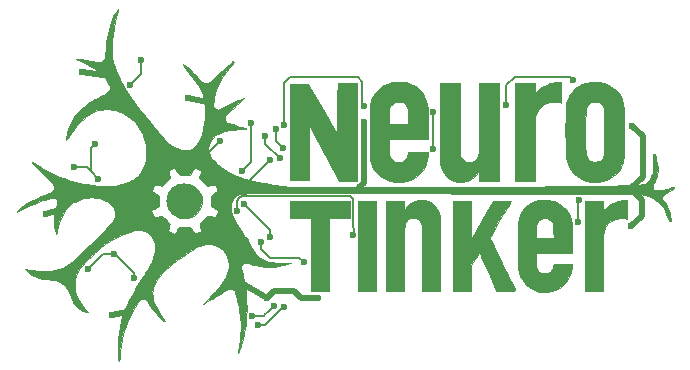
<source format=gbr>
G04 #@! TF.FileFunction,Copper,L1,Top,Signal*
%FSLAX46Y46*%
G04 Gerber Fmt 4.6, Leading zero omitted, Abs format (unit mm)*
G04 Created by KiCad (PCBNEW 4.0.2-4+6225~38~ubuntu14.04.1-stable) date Wed 22 Jun 2016 06:39:26 PM CDT*
%MOMM*%
G01*
G04 APERTURE LIST*
%ADD10C,0.100000*%
%ADD11C,0.010000*%
%ADD12C,3.000000*%
%ADD13C,0.600000*%
%ADD14C,0.500000*%
%ADD15C,0.200000*%
G04 APERTURE END LIST*
D10*
D11*
G36*
X47236410Y-84210257D02*
X47233714Y-84237309D01*
X47218994Y-84305003D01*
X47194267Y-84405107D01*
X47161545Y-84529388D01*
X47131961Y-84637123D01*
X46975216Y-85241126D01*
X46852486Y-85810638D01*
X46763658Y-86348864D01*
X46708619Y-86859013D01*
X46687258Y-87344289D01*
X46699461Y-87807900D01*
X46745116Y-88253052D01*
X46824111Y-88682952D01*
X46936332Y-89100806D01*
X46971487Y-89209509D01*
X47046677Y-89411531D01*
X47147215Y-89647217D01*
X47269003Y-89908773D01*
X47407942Y-90188405D01*
X47559936Y-90478319D01*
X47720886Y-90770721D01*
X47886694Y-91057817D01*
X48053262Y-91331813D01*
X48216493Y-91584915D01*
X48234786Y-91612212D01*
X48342047Y-91767986D01*
X48471155Y-91949827D01*
X48612144Y-92144134D01*
X48755046Y-92337305D01*
X48889895Y-92515738D01*
X49006724Y-92665830D01*
X49007947Y-92667367D01*
X49289121Y-93018508D01*
X49554556Y-93345618D01*
X49799973Y-93643473D01*
X50021092Y-93906849D01*
X50079437Y-93975306D01*
X50200354Y-94117164D01*
X50331894Y-94272372D01*
X50461639Y-94426219D01*
X50577165Y-94563992D01*
X50628100Y-94625125D01*
X50923254Y-94966636D01*
X51203316Y-95261800D01*
X51470206Y-95512193D01*
X51725845Y-95719388D01*
X51972154Y-95884960D01*
X52211053Y-96010483D01*
X52412834Y-96087851D01*
X52589307Y-96128780D01*
X52785603Y-96149707D01*
X52983056Y-96150130D01*
X53163005Y-96129547D01*
X53244086Y-96110192D01*
X53468588Y-96018070D01*
X53678888Y-95882176D01*
X53867286Y-95709175D01*
X54026080Y-95505729D01*
X54108946Y-95361967D01*
X54187794Y-95197724D01*
X54253702Y-95041467D01*
X54309292Y-94883735D01*
X54357190Y-94715066D01*
X54400019Y-94526001D01*
X54440403Y-94307079D01*
X54480967Y-94048839D01*
X54489644Y-93989489D01*
X54520212Y-93771689D01*
X54543051Y-93589431D01*
X54559235Y-93428174D01*
X54569841Y-93273379D01*
X54575945Y-93110503D01*
X54578625Y-92925008D01*
X54579039Y-92781782D01*
X54576783Y-92521200D01*
X54569007Y-92301226D01*
X54554199Y-92111773D01*
X54530849Y-91942757D01*
X54497445Y-91784091D01*
X54452475Y-91625692D01*
X54394429Y-91457472D01*
X54371388Y-91396096D01*
X54297852Y-91211702D01*
X54223315Y-91044614D01*
X54142796Y-90886642D01*
X54051316Y-90729594D01*
X53943897Y-90565281D01*
X53815559Y-90385511D01*
X53661323Y-90182094D01*
X53536597Y-90022910D01*
X53351141Y-89787520D01*
X53195651Y-89587980D01*
X53067656Y-89420978D01*
X52964685Y-89283201D01*
X52884267Y-89171339D01*
X52823931Y-89082078D01*
X52781206Y-89012108D01*
X52777605Y-89005682D01*
X52705100Y-88874999D01*
X52781545Y-88914530D01*
X52897836Y-88986979D01*
X53040175Y-89096377D01*
X53204335Y-89238815D01*
X53386087Y-89410388D01*
X53581205Y-89607189D01*
X53785460Y-89825310D01*
X53876830Y-89926686D01*
X54039578Y-90104536D01*
X54178417Y-90244163D01*
X54298721Y-90348920D01*
X54405864Y-90422158D01*
X54505218Y-90467228D01*
X54602157Y-90487482D01*
X54702054Y-90486271D01*
X54760211Y-90477669D01*
X54820106Y-90464749D01*
X54873216Y-90447228D01*
X54925805Y-90420324D01*
X54984136Y-90379257D01*
X55054474Y-90319245D01*
X55143081Y-90235507D01*
X55256220Y-90123262D01*
X55354515Y-90024008D01*
X55441457Y-89937046D01*
X55531839Y-89849184D01*
X55629622Y-89756900D01*
X55738768Y-89656674D01*
X55863239Y-89544984D01*
X56006998Y-89418309D01*
X56174006Y-89273128D01*
X56368226Y-89105920D01*
X56593618Y-88913163D01*
X56851573Y-88693524D01*
X56906705Y-88649879D01*
X56940311Y-88637133D01*
X56967894Y-88651330D01*
X56978269Y-88661206D01*
X56993164Y-88675161D01*
X57002988Y-88687745D01*
X57004366Y-88703949D01*
X56993920Y-88728763D01*
X56968275Y-88767177D01*
X56924053Y-88824181D01*
X56857877Y-88904765D01*
X56766372Y-89013919D01*
X56646160Y-89156634D01*
X56630192Y-89175603D01*
X56323181Y-89557595D01*
X56060444Y-89922669D01*
X55839993Y-90275022D01*
X55659843Y-90618850D01*
X55518007Y-90958351D01*
X55412498Y-91297720D01*
X55341330Y-91641154D01*
X55303492Y-91978294D01*
X55293259Y-92158410D01*
X55291458Y-92296389D01*
X55299354Y-92400439D01*
X55318211Y-92478765D01*
X55349294Y-92539574D01*
X55393867Y-92591074D01*
X55398604Y-92595552D01*
X55483962Y-92665618D01*
X55565891Y-92708007D01*
X55652350Y-92722101D01*
X55751297Y-92707283D01*
X55870691Y-92662933D01*
X56018491Y-92588435D01*
X56103525Y-92540835D01*
X56230122Y-92469708D01*
X56354352Y-92402162D01*
X56463027Y-92345228D01*
X56542957Y-92305936D01*
X56551494Y-92302068D01*
X56625847Y-92268882D01*
X56733574Y-92220701D01*
X56861655Y-92163351D01*
X56997071Y-92102660D01*
X57032593Y-92086730D01*
X57200528Y-92012686D01*
X57363031Y-91943394D01*
X57513452Y-91881464D01*
X57645146Y-91829509D01*
X57751464Y-91790140D01*
X57825759Y-91765970D01*
X57861384Y-91759611D01*
X57863053Y-91760423D01*
X57848106Y-91781026D01*
X57796183Y-91834380D01*
X57708345Y-91919488D01*
X57585655Y-92035357D01*
X57429178Y-92180989D01*
X57239974Y-92355391D01*
X57019107Y-92557566D01*
X56767641Y-92786519D01*
X56756659Y-92796494D01*
X56602939Y-92937725D01*
X56483608Y-93051666D01*
X56394012Y-93143611D01*
X56329500Y-93218854D01*
X56285420Y-93282689D01*
X56257120Y-93340409D01*
X56244347Y-93379493D01*
X56233432Y-93510194D01*
X56267844Y-93633039D01*
X56342082Y-93738681D01*
X56450644Y-93817775D01*
X56518479Y-93845199D01*
X56574210Y-93862318D01*
X56670987Y-93891841D01*
X56801183Y-93931450D01*
X56957172Y-93978826D01*
X57131325Y-94031651D01*
X57316016Y-94087608D01*
X57327719Y-94091151D01*
X57544470Y-94157033D01*
X57716969Y-94210179D01*
X57849756Y-94252190D01*
X57947366Y-94284667D01*
X58014338Y-94309211D01*
X58055209Y-94327423D01*
X58074516Y-94340903D01*
X58076797Y-94351252D01*
X58074299Y-94354544D01*
X58046535Y-94359170D01*
X57975340Y-94365592D01*
X57868079Y-94373303D01*
X57732118Y-94381792D01*
X57574826Y-94390552D01*
X57490251Y-94394886D01*
X57304971Y-94405309D01*
X57118618Y-94417936D01*
X56943472Y-94431779D01*
X56791813Y-94445850D01*
X56675921Y-94459163D01*
X56656017Y-94461955D01*
X56297643Y-94531210D01*
X55980992Y-94627896D01*
X55704273Y-94753131D01*
X55465698Y-94908030D01*
X55263476Y-95093710D01*
X55095818Y-95311287D01*
X54988790Y-95501999D01*
X54920121Y-95654271D01*
X54876455Y-95781966D01*
X54853300Y-95901933D01*
X54846164Y-96031019D01*
X54846148Y-96037051D01*
X54858420Y-96209329D01*
X54898676Y-96372520D01*
X54971568Y-96541716D01*
X55039152Y-96662894D01*
X55195135Y-96886510D01*
X55395429Y-97113636D01*
X55634073Y-97340137D01*
X55905106Y-97561884D01*
X56202566Y-97774745D01*
X56520490Y-97974588D01*
X56852917Y-98157282D01*
X57193886Y-98318694D01*
X57537434Y-98454695D01*
X57706367Y-98511265D01*
X58309616Y-98684434D01*
X58958749Y-98839987D01*
X59651815Y-98977564D01*
X60386864Y-99096802D01*
X61161946Y-99197340D01*
X61723584Y-99256047D01*
X61818227Y-99262349D01*
X61963647Y-99268140D01*
X62159770Y-99273418D01*
X62406524Y-99278184D01*
X62703838Y-99282438D01*
X63051639Y-99286179D01*
X63449854Y-99289407D01*
X63898412Y-99292123D01*
X64397239Y-99294326D01*
X64946265Y-99296016D01*
X65545415Y-99297192D01*
X66194620Y-99297856D01*
X66893805Y-99298006D01*
X67642898Y-99297642D01*
X68441829Y-99296764D01*
X69290523Y-99295373D01*
X70188909Y-99293468D01*
X71136915Y-99291049D01*
X72134468Y-99288115D01*
X73181496Y-99284667D01*
X74277926Y-99280704D01*
X74525286Y-99279765D01*
X75652742Y-99275325D01*
X76730541Y-99270820D01*
X77759876Y-99266239D01*
X78741941Y-99261571D01*
X79677929Y-99256803D01*
X80569034Y-99251924D01*
X81416449Y-99246923D01*
X82221368Y-99241788D01*
X82984985Y-99236508D01*
X83708492Y-99231070D01*
X84393083Y-99225463D01*
X85039953Y-99219676D01*
X85650293Y-99213697D01*
X86225299Y-99207514D01*
X86766163Y-99201116D01*
X87274079Y-99194492D01*
X87750241Y-99187628D01*
X88195841Y-99180515D01*
X88612074Y-99173140D01*
X89000133Y-99165491D01*
X89361212Y-99157558D01*
X89696504Y-99149329D01*
X90007202Y-99140791D01*
X90294500Y-99131933D01*
X90517878Y-99124264D01*
X90811572Y-99112917D01*
X91059617Y-99101140D01*
X91267213Y-99087880D01*
X91439559Y-99072087D01*
X91581853Y-99052707D01*
X91699293Y-99028690D01*
X91797080Y-98998983D01*
X91880411Y-98962534D01*
X91954485Y-98918292D01*
X92024502Y-98865204D01*
X92091803Y-98805797D01*
X92246573Y-98628663D01*
X92370512Y-98412127D01*
X92464046Y-98155406D01*
X92480827Y-98092498D01*
X92500938Y-98006328D01*
X92515681Y-97924841D01*
X92525831Y-97837791D01*
X92532164Y-97734932D01*
X92535456Y-97606018D01*
X92536482Y-97440804D01*
X92536425Y-97358358D01*
X92534652Y-97190260D01*
X92530316Y-97028261D01*
X92523911Y-96883516D01*
X92515932Y-96767181D01*
X92506873Y-96690412D01*
X92506767Y-96689812D01*
X92490449Y-96578347D01*
X92491488Y-96507894D01*
X92512569Y-96470776D01*
X92556379Y-96459318D01*
X92586940Y-96460743D01*
X92622623Y-96467232D01*
X92651397Y-96483287D01*
X92675896Y-96515475D01*
X92698751Y-96570359D01*
X92722594Y-96654505D01*
X92750059Y-96774478D01*
X92783777Y-96936844D01*
X92789841Y-96966763D01*
X92854615Y-97335711D01*
X92891530Y-97664193D01*
X92900570Y-97951704D01*
X92881721Y-98197741D01*
X92834967Y-98401801D01*
X92832624Y-98408767D01*
X92799094Y-98492461D01*
X92747760Y-98603455D01*
X92686532Y-98725178D01*
X92642182Y-98807607D01*
X92583434Y-98918247D01*
X92533568Y-99021138D01*
X92498562Y-99103396D01*
X92485229Y-99145915D01*
X92477989Y-99256971D01*
X92494819Y-99360605D01*
X92532095Y-99439715D01*
X92551933Y-99460674D01*
X92633959Y-99503269D01*
X92755489Y-99533750D01*
X92906279Y-99550524D01*
X93076082Y-99551999D01*
X93123984Y-99549560D01*
X93286184Y-99534416D01*
X93436421Y-99508514D01*
X93590423Y-99468004D01*
X93763920Y-99409034D01*
X93881919Y-99363976D01*
X93991221Y-99323679D01*
X94091031Y-99291589D01*
X94166587Y-99272244D01*
X94191852Y-99268706D01*
X94246211Y-99272704D01*
X94266222Y-99299328D01*
X94268128Y-99326445D01*
X94260805Y-99358224D01*
X94234116Y-99392133D01*
X94180985Y-99434122D01*
X94094334Y-99490141D01*
X94020379Y-99534702D01*
X93809978Y-99666359D01*
X93629318Y-99793184D01*
X93481234Y-99912467D01*
X93368564Y-100021499D01*
X93294142Y-100117572D01*
X93260805Y-100197977D01*
X93267726Y-100253658D01*
X93305036Y-100311569D01*
X93353148Y-100371271D01*
X93419177Y-100453699D01*
X93498332Y-100567014D01*
X93581234Y-100696504D01*
X93658503Y-100827457D01*
X93720758Y-100945162D01*
X93725996Y-100956056D01*
X93851797Y-101264137D01*
X93947868Y-101590225D01*
X93989145Y-101791863D01*
X94011665Y-101936563D01*
X94022293Y-102038699D01*
X94020080Y-102105368D01*
X94004077Y-102143666D01*
X93973334Y-102160689D01*
X93939390Y-102163764D01*
X93906123Y-102161427D01*
X93880443Y-102148850D01*
X93857135Y-102117686D01*
X93830986Y-102059585D01*
X93796781Y-101966201D01*
X93772654Y-101896797D01*
X93640160Y-101553450D01*
X93494022Y-101252742D01*
X93330733Y-100987480D01*
X93325373Y-100979766D01*
X93175432Y-100781889D01*
X93023252Y-100619429D01*
X92854560Y-100478398D01*
X92717178Y-100383758D01*
X92497944Y-100248280D01*
X92302027Y-100141046D01*
X92115105Y-100056105D01*
X91922859Y-99987504D01*
X91710968Y-99929293D01*
X91522183Y-99887136D01*
X91495152Y-99881615D01*
X91468050Y-99876494D01*
X91438962Y-99871760D01*
X91405974Y-99867397D01*
X91367170Y-99863391D01*
X91320636Y-99859727D01*
X91264455Y-99856392D01*
X91196714Y-99853370D01*
X91115497Y-99850648D01*
X91018890Y-99848210D01*
X90904977Y-99846043D01*
X90771843Y-99844131D01*
X90617574Y-99842460D01*
X90440254Y-99841017D01*
X90237968Y-99839786D01*
X90008802Y-99838752D01*
X89750841Y-99837902D01*
X89462169Y-99837222D01*
X89140872Y-99836695D01*
X88785034Y-99836309D01*
X88392740Y-99836048D01*
X87962077Y-99835898D01*
X87491127Y-99835845D01*
X86977978Y-99835874D01*
X86420713Y-99835971D01*
X85817418Y-99836120D01*
X85166177Y-99836309D01*
X84809870Y-99836417D01*
X84243846Y-99836495D01*
X83631153Y-99836405D01*
X82975974Y-99836152D01*
X82282489Y-99835742D01*
X81554881Y-99835183D01*
X80797333Y-99834480D01*
X80014025Y-99833639D01*
X79209140Y-99832667D01*
X78386859Y-99831570D01*
X77551364Y-99830354D01*
X76706838Y-99829026D01*
X75857462Y-99827592D01*
X75007419Y-99826057D01*
X74160889Y-99824429D01*
X73322055Y-99822713D01*
X72495098Y-99820916D01*
X71684201Y-99819044D01*
X70893546Y-99817103D01*
X70127314Y-99815100D01*
X69618179Y-99813693D01*
X68936490Y-99811839D01*
X68259246Y-99810138D01*
X67588754Y-99808592D01*
X66927325Y-99807202D01*
X66277268Y-99805970D01*
X65640892Y-99804896D01*
X65020507Y-99803982D01*
X64418422Y-99803228D01*
X63836946Y-99802636D01*
X63278390Y-99802207D01*
X62745062Y-99801941D01*
X62239272Y-99801841D01*
X61763330Y-99801907D01*
X61319544Y-99802141D01*
X60910225Y-99802543D01*
X60537681Y-99803114D01*
X60204222Y-99803856D01*
X59912158Y-99804770D01*
X59663798Y-99805857D01*
X59461452Y-99807118D01*
X59307428Y-99808554D01*
X59295456Y-99808698D01*
X58971846Y-99812741D01*
X58694959Y-99816356D01*
X58460672Y-99819730D01*
X58264861Y-99823047D01*
X58103401Y-99826493D01*
X57972170Y-99830252D01*
X57867043Y-99834509D01*
X57783897Y-99839450D01*
X57718608Y-99845259D01*
X57667051Y-99852122D01*
X57625104Y-99860224D01*
X57588642Y-99869749D01*
X57553542Y-99880883D01*
X57533278Y-99887775D01*
X57317709Y-99986066D01*
X57128081Y-100121540D01*
X56971078Y-100288023D01*
X56853383Y-100479339D01*
X56826795Y-100540511D01*
X56791441Y-100670239D01*
X56770852Y-100832877D01*
X56765274Y-101012601D01*
X56774955Y-101193586D01*
X56800141Y-101360008D01*
X56813162Y-101413714D01*
X56868530Y-101591867D01*
X56939957Y-101776976D01*
X57029762Y-101973107D01*
X57140262Y-102184323D01*
X57273774Y-102414689D01*
X57432617Y-102668270D01*
X57619107Y-102949131D01*
X57835563Y-103261337D01*
X57991348Y-103480112D01*
X58096096Y-103631945D01*
X58208418Y-103804774D01*
X58316544Y-103979891D01*
X58408704Y-104138586D01*
X58429822Y-104177117D01*
X58598135Y-104476103D01*
X58757744Y-104730119D01*
X58912777Y-104943397D01*
X59067362Y-105120173D01*
X59225626Y-105264680D01*
X59391697Y-105381154D01*
X59569701Y-105473827D01*
X59763768Y-105546936D01*
X59765720Y-105547556D01*
X59900301Y-105586844D01*
X60035045Y-105618286D01*
X60177626Y-105642644D01*
X60335718Y-105660679D01*
X60516997Y-105673154D01*
X60729137Y-105680831D01*
X60979812Y-105684471D01*
X61150241Y-105685035D01*
X61365346Y-105685917D01*
X61542632Y-105688395D01*
X61679281Y-105692368D01*
X61772473Y-105697736D01*
X61819390Y-105704398D01*
X61824014Y-105709122D01*
X61790888Y-105723914D01*
X61716750Y-105747522D01*
X61610236Y-105777760D01*
X61479981Y-105812440D01*
X61334620Y-105849377D01*
X61182789Y-105886384D01*
X61033123Y-105921275D01*
X60894256Y-105951862D01*
X60774825Y-105975961D01*
X60757418Y-105979192D01*
X60647871Y-105995105D01*
X60503714Y-106010171D01*
X60341186Y-106022983D01*
X60176525Y-106032137D01*
X60121645Y-106034209D01*
X59920634Y-106037553D01*
X59733317Y-106032984D01*
X59551074Y-106019099D01*
X59365282Y-105994495D01*
X59167320Y-105957769D01*
X58948565Y-105907519D01*
X58700397Y-105842342D01*
X58414194Y-105760834D01*
X58380166Y-105750854D01*
X58214662Y-105705418D01*
X58087023Y-105679487D01*
X57988072Y-105673261D01*
X57908629Y-105686942D01*
X57839516Y-105720730D01*
X57783720Y-105763926D01*
X57730236Y-105814130D01*
X57690518Y-105863064D01*
X57664437Y-105917337D01*
X57651862Y-105983556D01*
X57652663Y-106068331D01*
X57666710Y-106178269D01*
X57693872Y-106319979D01*
X57734020Y-106500069D01*
X57766498Y-106638638D01*
X57919062Y-107375865D01*
X58027249Y-108108344D01*
X58090976Y-108832897D01*
X58110161Y-109546346D01*
X58084722Y-110245513D01*
X58014576Y-110927219D01*
X57899641Y-111588287D01*
X57895170Y-111609309D01*
X57855684Y-111784483D01*
X57809487Y-111973809D01*
X57758403Y-112171192D01*
X57704256Y-112370533D01*
X57648868Y-112565737D01*
X57594062Y-112750706D01*
X57541664Y-112919343D01*
X57493495Y-113065552D01*
X57451379Y-113183235D01*
X57417140Y-113266296D01*
X57392602Y-113308638D01*
X57385698Y-113312813D01*
X57372132Y-113292060D01*
X57374679Y-113255605D01*
X57405165Y-113098209D01*
X57437266Y-112900198D01*
X57469751Y-112671730D01*
X57501391Y-112422960D01*
X57530959Y-112164047D01*
X57557225Y-111905146D01*
X57578960Y-111656415D01*
X57594100Y-111441979D01*
X57606868Y-110855296D01*
X57573544Y-110267169D01*
X57493611Y-109670704D01*
X57439601Y-109384584D01*
X57407684Y-109237085D01*
X57369235Y-109071512D01*
X57326387Y-108895902D01*
X57281277Y-108718292D01*
X57236041Y-108546717D01*
X57192814Y-108389214D01*
X57153732Y-108253821D01*
X57120930Y-108148572D01*
X57096544Y-108081506D01*
X57089410Y-108066800D01*
X57001361Y-107961620D01*
X56884546Y-107898242D01*
X56786589Y-107878592D01*
X56704245Y-107876745D01*
X56630481Y-107892497D01*
X56542786Y-107931303D01*
X56519889Y-107943211D01*
X56429560Y-107987016D01*
X56344298Y-108021894D01*
X56295522Y-108036978D01*
X56234165Y-108063191D01*
X56155526Y-108113578D01*
X56088946Y-108166745D01*
X55992435Y-108242546D01*
X55880210Y-108316760D01*
X55812689Y-108354594D01*
X55747377Y-108389952D01*
X55642856Y-108449637D01*
X55503176Y-108531242D01*
X55332384Y-108632359D01*
X55134530Y-108750581D01*
X54913662Y-108883501D01*
X54673827Y-109028712D01*
X54454970Y-109161903D01*
X54435021Y-109170126D01*
X54441171Y-109154016D01*
X54475031Y-109111807D01*
X54538210Y-109041732D01*
X54632320Y-108942024D01*
X54758971Y-108810917D01*
X54919774Y-108646644D01*
X54986301Y-108579079D01*
X55128958Y-108433702D01*
X55266771Y-108292005D01*
X55393731Y-108160259D01*
X55503832Y-108044737D01*
X55591066Y-107951708D01*
X55649428Y-107887445D01*
X55655782Y-107880139D01*
X55844586Y-107645708D01*
X56021754Y-107396451D01*
X56182111Y-107141335D01*
X56320480Y-106889321D01*
X56431683Y-106649377D01*
X56510545Y-106430464D01*
X56526665Y-106372041D01*
X56576577Y-106076696D01*
X56579655Y-105776572D01*
X56536720Y-105480779D01*
X56448595Y-105198425D01*
X56413475Y-105117714D01*
X56266600Y-104857218D01*
X56085621Y-104634146D01*
X55868700Y-104446620D01*
X55614005Y-104292765D01*
X55599773Y-104285690D01*
X55380300Y-104193127D01*
X55164915Y-104136914D01*
X54936399Y-104113614D01*
X54747954Y-104115575D01*
X54601521Y-104127037D01*
X54461919Y-104148448D01*
X54323561Y-104182337D01*
X54180859Y-104231234D01*
X54028226Y-104297668D01*
X53860074Y-104384167D01*
X53670817Y-104493262D01*
X53454866Y-104627481D01*
X53206635Y-104789353D01*
X53094965Y-104863809D01*
X52646803Y-105169940D01*
X52244750Y-105456879D01*
X51888069Y-105725213D01*
X51576021Y-105975527D01*
X51307867Y-106208405D01*
X51082870Y-106424432D01*
X50959384Y-106556125D01*
X50753432Y-106794166D01*
X50584076Y-107007286D01*
X50447555Y-107201501D01*
X50340110Y-107382828D01*
X50257980Y-107557282D01*
X50197402Y-107730881D01*
X50176690Y-107808208D01*
X50139972Y-108031809D01*
X50130088Y-108279846D01*
X50146583Y-108533847D01*
X50189000Y-108775341D01*
X50201838Y-108825225D01*
X50288329Y-109083621D01*
X50413040Y-109369735D01*
X50574112Y-109679982D01*
X50769688Y-110010781D01*
X50992560Y-110350751D01*
X51075016Y-110471152D01*
X51131384Y-110554747D01*
X51164243Y-110606731D01*
X51176177Y-110632294D01*
X51169766Y-110636629D01*
X51147593Y-110624930D01*
X51120198Y-110607489D01*
X50971944Y-110501053D01*
X50807440Y-110364194D01*
X50639086Y-110208498D01*
X50479282Y-110045552D01*
X50340429Y-109886943D01*
X50314844Y-109854955D01*
X50272281Y-109797516D01*
X50207901Y-109706566D01*
X50127890Y-109591036D01*
X50038433Y-109459861D01*
X49945719Y-109321973D01*
X49945083Y-109321021D01*
X49835405Y-109157916D01*
X49748240Y-109032250D01*
X49678746Y-108938591D01*
X49622084Y-108871511D01*
X49573412Y-108825580D01*
X49527890Y-108795369D01*
X49480676Y-108775446D01*
X49450712Y-108766494D01*
X49310555Y-108752649D01*
X49179381Y-108788149D01*
X49060023Y-108871862D01*
X48991145Y-108950215D01*
X48931746Y-109028882D01*
X48857972Y-109125382D01*
X48792957Y-109209579D01*
X48632621Y-109437144D01*
X48470405Y-109707164D01*
X48309864Y-110011535D01*
X48154552Y-110342153D01*
X48008025Y-110690912D01*
X47873838Y-111049710D01*
X47755545Y-111410440D01*
X47656702Y-111765000D01*
X47637174Y-111844485D01*
X47593768Y-112043630D01*
X47548764Y-112281600D01*
X47503890Y-112546478D01*
X47460875Y-112826344D01*
X47421447Y-113109283D01*
X47387334Y-113383377D01*
X47360265Y-113636708D01*
X47341967Y-113857358D01*
X47339462Y-113897378D01*
X47328390Y-113976436D01*
X47304880Y-114014066D01*
X47290937Y-114019505D01*
X47273216Y-114016916D01*
X47259973Y-113996334D01*
X47249738Y-113950169D01*
X47241039Y-113870828D01*
X47232405Y-113750717D01*
X47229384Y-113701907D01*
X47223553Y-113576962D01*
X47218543Y-113414332D01*
X47214616Y-113227181D01*
X47212031Y-113028672D01*
X47211050Y-112831968D01*
X47211099Y-112778879D01*
X47227221Y-112195298D01*
X47274115Y-111645240D01*
X47353852Y-111120253D01*
X47468502Y-110611884D01*
X47620136Y-110111678D01*
X47810825Y-109611184D01*
X48042638Y-109101948D01*
X48176429Y-108837938D01*
X48311208Y-108584436D01*
X48458520Y-108314788D01*
X48613684Y-108037074D01*
X48772021Y-107759370D01*
X48928851Y-107489755D01*
X49079493Y-107236306D01*
X49219268Y-107007102D01*
X49343495Y-106810221D01*
X49409465Y-106709707D01*
X49464765Y-106625171D01*
X49507106Y-106556776D01*
X49529913Y-106515303D01*
X49532092Y-106508703D01*
X49546023Y-106478636D01*
X49580551Y-106426485D01*
X49591033Y-106412210D01*
X49656195Y-106317247D01*
X49737011Y-106187072D01*
X49827303Y-106032398D01*
X49920892Y-105863937D01*
X50011601Y-105692404D01*
X50051552Y-105613630D01*
X50195489Y-105297690D01*
X50298388Y-105006364D01*
X50360909Y-104735164D01*
X50383714Y-104479603D01*
X50367467Y-104235193D01*
X50312827Y-103997447D01*
X50296990Y-103949256D01*
X50181978Y-103684342D01*
X50033506Y-103454951D01*
X49854407Y-103263194D01*
X49647513Y-103111186D01*
X49415660Y-103001037D01*
X49161679Y-102934861D01*
X48909170Y-102914631D01*
X48760682Y-102922390D01*
X48598731Y-102946669D01*
X48417150Y-102989131D01*
X48209773Y-103051440D01*
X47970436Y-103135259D01*
X47692972Y-103242250D01*
X47689559Y-103243613D01*
X47316256Y-103409522D01*
X46927500Y-103613787D01*
X46532636Y-103850368D01*
X46141006Y-104113225D01*
X45761956Y-104396320D01*
X45404829Y-104693612D01*
X45298759Y-104788876D01*
X44975612Y-105093057D01*
X44683165Y-105385501D01*
X44423816Y-105663493D01*
X44199964Y-105924318D01*
X44014008Y-106165262D01*
X43868344Y-106383609D01*
X43826944Y-106454876D01*
X43679923Y-106768203D01*
X43583138Y-107087957D01*
X43536481Y-107413400D01*
X43539844Y-107743793D01*
X43593120Y-108078397D01*
X43696201Y-108416475D01*
X43848980Y-108757287D01*
X44051349Y-109100096D01*
X44253468Y-109381201D01*
X44337674Y-109487965D01*
X44427233Y-109598922D01*
X44506791Y-109695122D01*
X44529771Y-109722194D01*
X44586987Y-109791719D01*
X44626494Y-109845208D01*
X44640781Y-109872381D01*
X44640350Y-109873491D01*
X44609305Y-109873146D01*
X44542283Y-109855403D01*
X44449476Y-109824175D01*
X44341076Y-109783374D01*
X44227275Y-109736914D01*
X44118266Y-109688706D01*
X44024241Y-109642663D01*
X43989350Y-109623587D01*
X43830820Y-109518024D01*
X43681577Y-109391499D01*
X43553615Y-109255662D01*
X43458931Y-109122166D01*
X43443092Y-109092960D01*
X43413046Y-109027862D01*
X43369465Y-108925766D01*
X43316713Y-108797269D01*
X43259154Y-108652971D01*
X43212132Y-108532116D01*
X43127018Y-108316895D01*
X43051829Y-108142060D01*
X42982063Y-107999236D01*
X42913220Y-107880047D01*
X42840797Y-107776119D01*
X42760295Y-107679077D01*
X42743897Y-107660926D01*
X42572252Y-107499595D01*
X42376958Y-107367513D01*
X42153431Y-107262925D01*
X41897093Y-107184081D01*
X41603362Y-107129227D01*
X41268829Y-107096684D01*
X41050188Y-107081174D01*
X40872494Y-107063452D01*
X40725847Y-107041745D01*
X40600344Y-107014283D01*
X40486086Y-106979293D01*
X40378939Y-106937469D01*
X40079277Y-106791258D01*
X39802610Y-106615220D01*
X39534786Y-106400114D01*
X39480011Y-106350650D01*
X39407601Y-106282962D01*
X39369645Y-106243000D01*
X39362483Y-106224830D01*
X39382455Y-106222516D01*
X39402944Y-106225719D01*
X39666569Y-106273321D01*
X39887853Y-106311970D01*
X40074320Y-106342687D01*
X40233494Y-106366490D01*
X40372898Y-106384399D01*
X40500055Y-106397435D01*
X40622488Y-106406616D01*
X40747722Y-106412963D01*
X40798459Y-106414874D01*
X41197304Y-106415431D01*
X41561758Y-106386727D01*
X41900295Y-106326855D01*
X42221388Y-106233908D01*
X42533514Y-106105981D01*
X42807599Y-105962895D01*
X42917678Y-105895916D01*
X43036715Y-105815362D01*
X43166629Y-105719455D01*
X43309338Y-105606416D01*
X43466759Y-105474465D01*
X43640810Y-105321825D01*
X43833409Y-105146716D01*
X44046474Y-104947359D01*
X44281922Y-104721975D01*
X44541672Y-104468786D01*
X44827641Y-104186013D01*
X45141746Y-103871876D01*
X45485907Y-103524598D01*
X45862040Y-103142398D01*
X45999061Y-103002637D01*
X46176601Y-102821012D01*
X46322401Y-102670533D01*
X46440549Y-102546263D01*
X46535134Y-102443264D01*
X46610245Y-102356598D01*
X46669972Y-102281329D01*
X46718403Y-102212519D01*
X46759628Y-102145229D01*
X46797736Y-102074524D01*
X46836815Y-101995466D01*
X46841853Y-101984998D01*
X46892352Y-101877389D01*
X46924292Y-101797162D01*
X46941863Y-101726223D01*
X46949258Y-101646476D01*
X46950666Y-101539826D01*
X46950604Y-101515415D01*
X46942152Y-101333351D01*
X46932862Y-101283886D01*
X50044294Y-101283886D01*
X50159647Y-101558559D01*
X50205428Y-101666804D01*
X50243925Y-101756387D01*
X50270995Y-101817762D01*
X50282390Y-101841289D01*
X50308547Y-101839104D01*
X50373877Y-101827040D01*
X50468116Y-101807134D01*
X50565641Y-101785023D01*
X50681083Y-101758301D01*
X50780763Y-101735586D01*
X50852692Y-101719590D01*
X50882460Y-101713404D01*
X50914443Y-101727989D01*
X50974086Y-101772781D01*
X51054258Y-101840902D01*
X51147825Y-101925476D01*
X51247656Y-102019626D01*
X51346616Y-102116475D01*
X51437574Y-102209145D01*
X51513396Y-102290760D01*
X51566950Y-102354443D01*
X51591103Y-102393316D01*
X51591779Y-102397290D01*
X51586326Y-102439601D01*
X51571350Y-102519459D01*
X51549218Y-102624968D01*
X51525400Y-102730901D01*
X51500107Y-102844821D01*
X51481197Y-102939380D01*
X51470569Y-103004373D01*
X51469855Y-103029420D01*
X51496368Y-103043177D01*
X51559934Y-103072120D01*
X51650682Y-103111847D01*
X51745994Y-103152573D01*
X51846454Y-103196361D01*
X51920055Y-103226444D01*
X51974961Y-103238839D01*
X52019336Y-103229558D01*
X52061347Y-103194616D01*
X52109157Y-103130029D01*
X52170932Y-103031809D01*
X52247447Y-102907789D01*
X52417878Y-102634797D01*
X52865339Y-102634466D01*
X53312800Y-102634134D01*
X53705906Y-103268762D01*
X53786517Y-103234561D01*
X53848405Y-103208347D01*
X53939563Y-103169788D01*
X54042415Y-103126317D01*
X54064175Y-103117125D01*
X54154016Y-103076583D01*
X54222389Y-103040795D01*
X54258331Y-103015692D01*
X54261222Y-103010476D01*
X54255904Y-102977569D01*
X54241473Y-102906066D01*
X54220213Y-102806928D01*
X54197658Y-102705480D01*
X54172116Y-102588822D01*
X54151474Y-102487868D01*
X54138064Y-102414469D01*
X54134094Y-102382529D01*
X54151813Y-102352516D01*
X54201037Y-102294372D01*
X54275865Y-102214417D01*
X54370400Y-102118969D01*
X54470981Y-102021694D01*
X54807868Y-101702228D01*
X55125219Y-101772436D01*
X55244447Y-101798425D01*
X55343650Y-101819312D01*
X55413442Y-101833176D01*
X55444437Y-101838094D01*
X55445162Y-101837938D01*
X55464261Y-101796892D01*
X55494967Y-101724265D01*
X55532543Y-101632040D01*
X55572253Y-101532202D01*
X55609358Y-101436734D01*
X55639122Y-101357619D01*
X55656808Y-101306842D01*
X55659671Y-101295284D01*
X55639082Y-101272051D01*
X55582591Y-101228491D01*
X55498055Y-101170185D01*
X55393329Y-101102710D01*
X55355328Y-101079168D01*
X55051036Y-100892492D01*
X55049754Y-100002602D01*
X55355142Y-99814303D01*
X55478773Y-99736764D01*
X55563938Y-99679563D01*
X55616425Y-99637988D01*
X55642022Y-99607327D01*
X55646516Y-99582871D01*
X55645323Y-99578093D01*
X55629262Y-99534803D01*
X55598484Y-99457498D01*
X55558134Y-99358977D01*
X55531899Y-99296022D01*
X55493895Y-99203109D01*
X55464194Y-99137763D01*
X55433790Y-99097089D01*
X55393675Y-99078194D01*
X55334844Y-99078184D01*
X55248291Y-99094166D01*
X55125007Y-99123246D01*
X55049713Y-99141107D01*
X54783049Y-99203497D01*
X54105133Y-98520863D01*
X54172275Y-98232003D01*
X54199567Y-98115407D01*
X54223189Y-98016014D01*
X54240486Y-97944894D01*
X54248541Y-97913916D01*
X54230309Y-97893725D01*
X54175200Y-97861112D01*
X54094216Y-97820777D01*
X53998363Y-97777419D01*
X53898644Y-97735737D01*
X53806063Y-97700431D01*
X53731624Y-97676199D01*
X53686332Y-97667742D01*
X53678338Y-97670408D01*
X53659998Y-97698523D01*
X53619825Y-97761110D01*
X53563231Y-97849709D01*
X53495629Y-97955857D01*
X53474636Y-97988875D01*
X53285547Y-98286386D01*
X52864425Y-98285915D01*
X52443304Y-98285444D01*
X52244734Y-97969068D01*
X52046165Y-97652693D01*
X51914204Y-97704654D01*
X51739898Y-97774498D01*
X51612794Y-97828164D01*
X51533208Y-97865514D01*
X51504467Y-97883103D01*
X51500033Y-97916198D01*
X51508365Y-97991234D01*
X51528437Y-98101209D01*
X51552334Y-98209960D01*
X51623722Y-98516180D01*
X51374792Y-98776308D01*
X51276934Y-98878567D01*
X51184524Y-98975130D01*
X51106808Y-99056337D01*
X51053034Y-99112522D01*
X51045564Y-99120327D01*
X50965266Y-99204217D01*
X50661842Y-99137599D01*
X50541848Y-99111455D01*
X50438620Y-99089341D01*
X50363069Y-99073568D01*
X50326107Y-99066448D01*
X50325922Y-99066421D01*
X50307132Y-99086621D01*
X50273838Y-99142579D01*
X50231346Y-99223216D01*
X50184959Y-99317456D01*
X50139981Y-99414221D01*
X50101715Y-99502433D01*
X50075467Y-99571015D01*
X50066501Y-99608229D01*
X50087054Y-99625598D01*
X50143187Y-99664424D01*
X50227147Y-99719553D01*
X50331184Y-99785829D01*
X50371606Y-99811143D01*
X50676237Y-100001064D01*
X50675515Y-100446778D01*
X50674794Y-100892492D01*
X50529319Y-100979994D01*
X50430830Y-101040096D01*
X50315476Y-101111732D01*
X50214069Y-101175691D01*
X50044294Y-101283886D01*
X46932862Y-101283886D01*
X46914150Y-101184255D01*
X46860594Y-101054021D01*
X46775475Y-100928540D01*
X46652789Y-100793707D01*
X46636320Y-100777281D01*
X46515622Y-100665447D01*
X46398868Y-100576677D01*
X46264819Y-100495698D01*
X46188649Y-100455395D01*
X45992982Y-100360332D01*
X45820532Y-100290044D01*
X45653717Y-100238957D01*
X45474953Y-100201492D01*
X45313469Y-100177829D01*
X44943909Y-100154633D01*
X44576565Y-100177738D01*
X44218056Y-100245710D01*
X43874997Y-100357115D01*
X43554008Y-100510519D01*
X43428624Y-100586314D01*
X43257539Y-100712900D01*
X43079470Y-100873008D01*
X42907459Y-101053416D01*
X42754551Y-101240906D01*
X42684446Y-101340545D01*
X42577291Y-101522245D01*
X42467761Y-101743782D01*
X42360344Y-101994603D01*
X42259526Y-102264160D01*
X42169794Y-102541902D01*
X42161355Y-102570570D01*
X42119629Y-102712971D01*
X42078442Y-102852294D01*
X42042022Y-102974325D01*
X42014595Y-103064846D01*
X42010200Y-103079079D01*
X41962835Y-103231631D01*
X41934611Y-103129930D01*
X41888017Y-102951330D01*
X41855037Y-102794601D01*
X41832776Y-102640598D01*
X41818332Y-102470178D01*
X41810500Y-102310193D01*
X41805582Y-102095290D01*
X41809940Y-101904361D01*
X41825347Y-101724275D01*
X41853573Y-101541900D01*
X41896390Y-101344106D01*
X41955570Y-101117760D01*
X41985833Y-101010668D01*
X42036328Y-100830397D01*
X42071202Y-100690730D01*
X42090596Y-100583928D01*
X42094649Y-100502248D01*
X42083503Y-100437949D01*
X42057296Y-100383289D01*
X42016170Y-100330526D01*
X41998499Y-100311311D01*
X41916936Y-100240276D01*
X41829050Y-100199824D01*
X41723947Y-100187996D01*
X41590734Y-100202831D01*
X41500952Y-100221783D01*
X41285580Y-100275804D01*
X41070066Y-100337369D01*
X40848080Y-100408840D01*
X40613291Y-100492581D01*
X40359368Y-100590954D01*
X40079983Y-100706323D01*
X39768803Y-100841050D01*
X39419500Y-100997500D01*
X39403336Y-101004838D01*
X39222607Y-101087051D01*
X39056233Y-101162977D01*
X38910013Y-101229950D01*
X38789745Y-101285306D01*
X38701228Y-101326378D01*
X38650261Y-101350503D01*
X38640574Y-101355434D01*
X38620268Y-101363176D01*
X38633871Y-101342996D01*
X38676390Y-101299724D01*
X38742833Y-101238189D01*
X38828209Y-101163220D01*
X38914554Y-101090371D01*
X39205293Y-100865401D01*
X39520266Y-100653354D01*
X39865033Y-100451135D01*
X40245154Y-100255651D01*
X40666188Y-100063807D01*
X41027288Y-99914420D01*
X41172296Y-99857082D01*
X41307140Y-99804451D01*
X41422217Y-99760223D01*
X41507923Y-99728093D01*
X41550671Y-99713003D01*
X41666239Y-99650663D01*
X41757031Y-99552733D01*
X41813695Y-99432078D01*
X41828189Y-99331172D01*
X41827619Y-99299157D01*
X41824355Y-99268516D01*
X41816058Y-99236597D01*
X41800393Y-99200753D01*
X41775024Y-99158331D01*
X41737614Y-99106682D01*
X41685828Y-99043156D01*
X41617329Y-98965102D01*
X41529781Y-98869871D01*
X41420848Y-98754811D01*
X41288193Y-98617274D01*
X41129481Y-98454608D01*
X40942375Y-98264163D01*
X40724539Y-98043290D01*
X40473637Y-97789338D01*
X40431166Y-97746366D01*
X40251127Y-97563045D01*
X40107571Y-97413781D01*
X40000209Y-97297506D01*
X39928754Y-97213152D01*
X39892919Y-97159649D01*
X39892416Y-97135929D01*
X39926957Y-97140925D01*
X39996256Y-97173567D01*
X40100024Y-97232787D01*
X40237974Y-97317516D01*
X40331727Y-97376776D01*
X40542920Y-97510171D01*
X40724008Y-97621791D01*
X40886971Y-97718407D01*
X41043789Y-97806788D01*
X41206439Y-97893704D01*
X41386903Y-97985925D01*
X41573934Y-98078802D01*
X41909975Y-98237083D01*
X42258518Y-98388128D01*
X42608754Y-98527824D01*
X42949879Y-98652060D01*
X43271083Y-98756727D01*
X43561561Y-98837712D01*
X43582543Y-98842896D01*
X43903284Y-98916260D01*
X44249952Y-98986593D01*
X44604855Y-99050734D01*
X44950302Y-99105522D01*
X45268602Y-99147796D01*
X45324185Y-99154112D01*
X45431329Y-99163034D01*
X45577883Y-99171106D01*
X45752409Y-99177920D01*
X45943466Y-99183067D01*
X46139617Y-99186139D01*
X46239500Y-99186780D01*
X46447267Y-99186877D01*
X46613503Y-99185449D01*
X46747519Y-99181949D01*
X46858624Y-99175833D01*
X46956129Y-99166555D01*
X47049344Y-99153570D01*
X47147580Y-99136334D01*
X47168371Y-99132381D01*
X47522222Y-99053143D01*
X47846092Y-98957592D01*
X48134393Y-98847750D01*
X48381534Y-98725638D01*
X48505464Y-98648869D01*
X48652458Y-98538537D01*
X48805040Y-98405887D01*
X48950488Y-98263304D01*
X49076080Y-98123176D01*
X49160392Y-98011248D01*
X49245503Y-97868690D01*
X49333453Y-97696785D01*
X49415341Y-97514872D01*
X49482262Y-97342293D01*
X49513613Y-97243944D01*
X49564003Y-97034214D01*
X49597133Y-96818745D01*
X49614760Y-96582459D01*
X49618829Y-96341341D01*
X49608509Y-96030929D01*
X49577978Y-95746896D01*
X49524068Y-95474373D01*
X49443611Y-95198491D01*
X49333437Y-94904382D01*
X49291009Y-94803103D01*
X49115406Y-94452076D01*
X48895193Y-94116468D01*
X48627801Y-93792486D01*
X48553866Y-93713473D01*
X48447720Y-93608092D01*
X48333056Y-93503369D01*
X48217550Y-93405372D01*
X48108874Y-93320168D01*
X48014702Y-93253825D01*
X47942709Y-93212409D01*
X47906069Y-93201301D01*
X47862009Y-93185874D01*
X47796626Y-93146020D01*
X47743550Y-93105956D01*
X47597420Y-93008176D01*
X47410887Y-92918000D01*
X47194154Y-92838044D01*
X46957424Y-92770927D01*
X46710899Y-92719265D01*
X46464782Y-92685676D01*
X46229276Y-92672777D01*
X46073823Y-92677634D01*
X45774683Y-92718096D01*
X45471742Y-92792749D01*
X45181731Y-92896510D01*
X44921379Y-93024293D01*
X44908327Y-93031873D01*
X44725294Y-93151585D01*
X44523817Y-93305138D01*
X44313639Y-93484052D01*
X44104507Y-93679844D01*
X43906163Y-93884034D01*
X43822694Y-93976777D01*
X43770759Y-94038991D01*
X43694263Y-94134533D01*
X43598886Y-94255969D01*
X43490305Y-94395864D01*
X43374200Y-94546783D01*
X43256248Y-94701291D01*
X43142129Y-94851955D01*
X43037521Y-94991339D01*
X42948103Y-95112008D01*
X42879553Y-95206529D01*
X42841628Y-95261223D01*
X42808644Y-95301837D01*
X42787295Y-95311771D01*
X42787126Y-95311611D01*
X42786324Y-95281823D01*
X42796036Y-95211996D01*
X42814263Y-95111378D01*
X42839007Y-94989218D01*
X42868269Y-94854764D01*
X42900050Y-94717264D01*
X42932351Y-94585967D01*
X42963174Y-94470120D01*
X42984947Y-94396296D01*
X43042404Y-94236532D01*
X43120991Y-94049915D01*
X43213363Y-93851728D01*
X43312179Y-93657252D01*
X43410096Y-93481769D01*
X43473604Y-93379279D01*
X43715570Y-93048242D01*
X43990455Y-92744356D01*
X44302223Y-92464103D01*
X44654837Y-92203962D01*
X45052261Y-91960415D01*
X45103627Y-91931875D01*
X45237607Y-91859482D01*
X45373566Y-91788229D01*
X45496819Y-91725679D01*
X45592680Y-91679394D01*
X45603864Y-91674287D01*
X45784287Y-91592405D01*
X45924599Y-91527611D01*
X46031300Y-91476659D01*
X46110888Y-91436307D01*
X46169862Y-91403308D01*
X46214721Y-91374419D01*
X46236742Y-91358337D01*
X46356142Y-91240942D01*
X46445625Y-91099191D01*
X46500200Y-90945102D01*
X46514879Y-90790693D01*
X46504763Y-90712770D01*
X46469803Y-90613974D01*
X46401296Y-90484233D01*
X46298403Y-90322161D01*
X46160286Y-90126369D01*
X46106499Y-90053673D01*
X45988045Y-89912509D01*
X45834475Y-89756127D01*
X45655553Y-89593219D01*
X45461043Y-89432476D01*
X45260708Y-89282590D01*
X45170355Y-89220394D01*
X45031757Y-89133019D01*
X44858005Y-89031588D01*
X44660623Y-88922218D01*
X44451133Y-88811027D01*
X44241061Y-88704132D01*
X44041929Y-88607652D01*
X43866696Y-88528322D01*
X43776878Y-88485680D01*
X43717286Y-88449353D01*
X43695982Y-88424409D01*
X43696831Y-88421525D01*
X43724119Y-88404209D01*
X43731771Y-88406554D01*
X43761645Y-88413254D01*
X43833953Y-88425163D01*
X43940680Y-88441088D01*
X44073814Y-88459839D01*
X44225341Y-88480227D01*
X44244879Y-88482792D01*
X44428299Y-88508653D01*
X44622789Y-88539224D01*
X44811852Y-88571705D01*
X44978988Y-88603294D01*
X45078071Y-88624272D01*
X45297440Y-88669288D01*
X45476550Y-88694255D01*
X45622207Y-88698371D01*
X45741217Y-88680837D01*
X45840388Y-88640852D01*
X45926526Y-88577616D01*
X45983819Y-88517798D01*
X46034263Y-88446795D01*
X46075079Y-88359685D01*
X46107636Y-88250053D01*
X46133299Y-88111482D01*
X46153437Y-87937557D01*
X46169416Y-87721863D01*
X46175054Y-87620420D01*
X46198118Y-87327066D01*
X46237220Y-87011589D01*
X46290427Y-86681824D01*
X46355809Y-86345610D01*
X46431433Y-86010784D01*
X46515366Y-85685182D01*
X46605678Y-85376642D01*
X46700436Y-85093002D01*
X46797709Y-84842097D01*
X46895563Y-84631766D01*
X46925390Y-84576603D01*
X46968668Y-84508691D01*
X47025848Y-84430717D01*
X47088807Y-84352248D01*
X47149419Y-84282854D01*
X47199563Y-84232104D01*
X47231113Y-84209567D01*
X47236410Y-84210257D01*
X47236410Y-84210257D01*
G37*
X47236410Y-84210257D02*
X47233714Y-84237309D01*
X47218994Y-84305003D01*
X47194267Y-84405107D01*
X47161545Y-84529388D01*
X47131961Y-84637123D01*
X46975216Y-85241126D01*
X46852486Y-85810638D01*
X46763658Y-86348864D01*
X46708619Y-86859013D01*
X46687258Y-87344289D01*
X46699461Y-87807900D01*
X46745116Y-88253052D01*
X46824111Y-88682952D01*
X46936332Y-89100806D01*
X46971487Y-89209509D01*
X47046677Y-89411531D01*
X47147215Y-89647217D01*
X47269003Y-89908773D01*
X47407942Y-90188405D01*
X47559936Y-90478319D01*
X47720886Y-90770721D01*
X47886694Y-91057817D01*
X48053262Y-91331813D01*
X48216493Y-91584915D01*
X48234786Y-91612212D01*
X48342047Y-91767986D01*
X48471155Y-91949827D01*
X48612144Y-92144134D01*
X48755046Y-92337305D01*
X48889895Y-92515738D01*
X49006724Y-92665830D01*
X49007947Y-92667367D01*
X49289121Y-93018508D01*
X49554556Y-93345618D01*
X49799973Y-93643473D01*
X50021092Y-93906849D01*
X50079437Y-93975306D01*
X50200354Y-94117164D01*
X50331894Y-94272372D01*
X50461639Y-94426219D01*
X50577165Y-94563992D01*
X50628100Y-94625125D01*
X50923254Y-94966636D01*
X51203316Y-95261800D01*
X51470206Y-95512193D01*
X51725845Y-95719388D01*
X51972154Y-95884960D01*
X52211053Y-96010483D01*
X52412834Y-96087851D01*
X52589307Y-96128780D01*
X52785603Y-96149707D01*
X52983056Y-96150130D01*
X53163005Y-96129547D01*
X53244086Y-96110192D01*
X53468588Y-96018070D01*
X53678888Y-95882176D01*
X53867286Y-95709175D01*
X54026080Y-95505729D01*
X54108946Y-95361967D01*
X54187794Y-95197724D01*
X54253702Y-95041467D01*
X54309292Y-94883735D01*
X54357190Y-94715066D01*
X54400019Y-94526001D01*
X54440403Y-94307079D01*
X54480967Y-94048839D01*
X54489644Y-93989489D01*
X54520212Y-93771689D01*
X54543051Y-93589431D01*
X54559235Y-93428174D01*
X54569841Y-93273379D01*
X54575945Y-93110503D01*
X54578625Y-92925008D01*
X54579039Y-92781782D01*
X54576783Y-92521200D01*
X54569007Y-92301226D01*
X54554199Y-92111773D01*
X54530849Y-91942757D01*
X54497445Y-91784091D01*
X54452475Y-91625692D01*
X54394429Y-91457472D01*
X54371388Y-91396096D01*
X54297852Y-91211702D01*
X54223315Y-91044614D01*
X54142796Y-90886642D01*
X54051316Y-90729594D01*
X53943897Y-90565281D01*
X53815559Y-90385511D01*
X53661323Y-90182094D01*
X53536597Y-90022910D01*
X53351141Y-89787520D01*
X53195651Y-89587980D01*
X53067656Y-89420978D01*
X52964685Y-89283201D01*
X52884267Y-89171339D01*
X52823931Y-89082078D01*
X52781206Y-89012108D01*
X52777605Y-89005682D01*
X52705100Y-88874999D01*
X52781545Y-88914530D01*
X52897836Y-88986979D01*
X53040175Y-89096377D01*
X53204335Y-89238815D01*
X53386087Y-89410388D01*
X53581205Y-89607189D01*
X53785460Y-89825310D01*
X53876830Y-89926686D01*
X54039578Y-90104536D01*
X54178417Y-90244163D01*
X54298721Y-90348920D01*
X54405864Y-90422158D01*
X54505218Y-90467228D01*
X54602157Y-90487482D01*
X54702054Y-90486271D01*
X54760211Y-90477669D01*
X54820106Y-90464749D01*
X54873216Y-90447228D01*
X54925805Y-90420324D01*
X54984136Y-90379257D01*
X55054474Y-90319245D01*
X55143081Y-90235507D01*
X55256220Y-90123262D01*
X55354515Y-90024008D01*
X55441457Y-89937046D01*
X55531839Y-89849184D01*
X55629622Y-89756900D01*
X55738768Y-89656674D01*
X55863239Y-89544984D01*
X56006998Y-89418309D01*
X56174006Y-89273128D01*
X56368226Y-89105920D01*
X56593618Y-88913163D01*
X56851573Y-88693524D01*
X56906705Y-88649879D01*
X56940311Y-88637133D01*
X56967894Y-88651330D01*
X56978269Y-88661206D01*
X56993164Y-88675161D01*
X57002988Y-88687745D01*
X57004366Y-88703949D01*
X56993920Y-88728763D01*
X56968275Y-88767177D01*
X56924053Y-88824181D01*
X56857877Y-88904765D01*
X56766372Y-89013919D01*
X56646160Y-89156634D01*
X56630192Y-89175603D01*
X56323181Y-89557595D01*
X56060444Y-89922669D01*
X55839993Y-90275022D01*
X55659843Y-90618850D01*
X55518007Y-90958351D01*
X55412498Y-91297720D01*
X55341330Y-91641154D01*
X55303492Y-91978294D01*
X55293259Y-92158410D01*
X55291458Y-92296389D01*
X55299354Y-92400439D01*
X55318211Y-92478765D01*
X55349294Y-92539574D01*
X55393867Y-92591074D01*
X55398604Y-92595552D01*
X55483962Y-92665618D01*
X55565891Y-92708007D01*
X55652350Y-92722101D01*
X55751297Y-92707283D01*
X55870691Y-92662933D01*
X56018491Y-92588435D01*
X56103525Y-92540835D01*
X56230122Y-92469708D01*
X56354352Y-92402162D01*
X56463027Y-92345228D01*
X56542957Y-92305936D01*
X56551494Y-92302068D01*
X56625847Y-92268882D01*
X56733574Y-92220701D01*
X56861655Y-92163351D01*
X56997071Y-92102660D01*
X57032593Y-92086730D01*
X57200528Y-92012686D01*
X57363031Y-91943394D01*
X57513452Y-91881464D01*
X57645146Y-91829509D01*
X57751464Y-91790140D01*
X57825759Y-91765970D01*
X57861384Y-91759611D01*
X57863053Y-91760423D01*
X57848106Y-91781026D01*
X57796183Y-91834380D01*
X57708345Y-91919488D01*
X57585655Y-92035357D01*
X57429178Y-92180989D01*
X57239974Y-92355391D01*
X57019107Y-92557566D01*
X56767641Y-92786519D01*
X56756659Y-92796494D01*
X56602939Y-92937725D01*
X56483608Y-93051666D01*
X56394012Y-93143611D01*
X56329500Y-93218854D01*
X56285420Y-93282689D01*
X56257120Y-93340409D01*
X56244347Y-93379493D01*
X56233432Y-93510194D01*
X56267844Y-93633039D01*
X56342082Y-93738681D01*
X56450644Y-93817775D01*
X56518479Y-93845199D01*
X56574210Y-93862318D01*
X56670987Y-93891841D01*
X56801183Y-93931450D01*
X56957172Y-93978826D01*
X57131325Y-94031651D01*
X57316016Y-94087608D01*
X57327719Y-94091151D01*
X57544470Y-94157033D01*
X57716969Y-94210179D01*
X57849756Y-94252190D01*
X57947366Y-94284667D01*
X58014338Y-94309211D01*
X58055209Y-94327423D01*
X58074516Y-94340903D01*
X58076797Y-94351252D01*
X58074299Y-94354544D01*
X58046535Y-94359170D01*
X57975340Y-94365592D01*
X57868079Y-94373303D01*
X57732118Y-94381792D01*
X57574826Y-94390552D01*
X57490251Y-94394886D01*
X57304971Y-94405309D01*
X57118618Y-94417936D01*
X56943472Y-94431779D01*
X56791813Y-94445850D01*
X56675921Y-94459163D01*
X56656017Y-94461955D01*
X56297643Y-94531210D01*
X55980992Y-94627896D01*
X55704273Y-94753131D01*
X55465698Y-94908030D01*
X55263476Y-95093710D01*
X55095818Y-95311287D01*
X54988790Y-95501999D01*
X54920121Y-95654271D01*
X54876455Y-95781966D01*
X54853300Y-95901933D01*
X54846164Y-96031019D01*
X54846148Y-96037051D01*
X54858420Y-96209329D01*
X54898676Y-96372520D01*
X54971568Y-96541716D01*
X55039152Y-96662894D01*
X55195135Y-96886510D01*
X55395429Y-97113636D01*
X55634073Y-97340137D01*
X55905106Y-97561884D01*
X56202566Y-97774745D01*
X56520490Y-97974588D01*
X56852917Y-98157282D01*
X57193886Y-98318694D01*
X57537434Y-98454695D01*
X57706367Y-98511265D01*
X58309616Y-98684434D01*
X58958749Y-98839987D01*
X59651815Y-98977564D01*
X60386864Y-99096802D01*
X61161946Y-99197340D01*
X61723584Y-99256047D01*
X61818227Y-99262349D01*
X61963647Y-99268140D01*
X62159770Y-99273418D01*
X62406524Y-99278184D01*
X62703838Y-99282438D01*
X63051639Y-99286179D01*
X63449854Y-99289407D01*
X63898412Y-99292123D01*
X64397239Y-99294326D01*
X64946265Y-99296016D01*
X65545415Y-99297192D01*
X66194620Y-99297856D01*
X66893805Y-99298006D01*
X67642898Y-99297642D01*
X68441829Y-99296764D01*
X69290523Y-99295373D01*
X70188909Y-99293468D01*
X71136915Y-99291049D01*
X72134468Y-99288115D01*
X73181496Y-99284667D01*
X74277926Y-99280704D01*
X74525286Y-99279765D01*
X75652742Y-99275325D01*
X76730541Y-99270820D01*
X77759876Y-99266239D01*
X78741941Y-99261571D01*
X79677929Y-99256803D01*
X80569034Y-99251924D01*
X81416449Y-99246923D01*
X82221368Y-99241788D01*
X82984985Y-99236508D01*
X83708492Y-99231070D01*
X84393083Y-99225463D01*
X85039953Y-99219676D01*
X85650293Y-99213697D01*
X86225299Y-99207514D01*
X86766163Y-99201116D01*
X87274079Y-99194492D01*
X87750241Y-99187628D01*
X88195841Y-99180515D01*
X88612074Y-99173140D01*
X89000133Y-99165491D01*
X89361212Y-99157558D01*
X89696504Y-99149329D01*
X90007202Y-99140791D01*
X90294500Y-99131933D01*
X90517878Y-99124264D01*
X90811572Y-99112917D01*
X91059617Y-99101140D01*
X91267213Y-99087880D01*
X91439559Y-99072087D01*
X91581853Y-99052707D01*
X91699293Y-99028690D01*
X91797080Y-98998983D01*
X91880411Y-98962534D01*
X91954485Y-98918292D01*
X92024502Y-98865204D01*
X92091803Y-98805797D01*
X92246573Y-98628663D01*
X92370512Y-98412127D01*
X92464046Y-98155406D01*
X92480827Y-98092498D01*
X92500938Y-98006328D01*
X92515681Y-97924841D01*
X92525831Y-97837791D01*
X92532164Y-97734932D01*
X92535456Y-97606018D01*
X92536482Y-97440804D01*
X92536425Y-97358358D01*
X92534652Y-97190260D01*
X92530316Y-97028261D01*
X92523911Y-96883516D01*
X92515932Y-96767181D01*
X92506873Y-96690412D01*
X92506767Y-96689812D01*
X92490449Y-96578347D01*
X92491488Y-96507894D01*
X92512569Y-96470776D01*
X92556379Y-96459318D01*
X92586940Y-96460743D01*
X92622623Y-96467232D01*
X92651397Y-96483287D01*
X92675896Y-96515475D01*
X92698751Y-96570359D01*
X92722594Y-96654505D01*
X92750059Y-96774478D01*
X92783777Y-96936844D01*
X92789841Y-96966763D01*
X92854615Y-97335711D01*
X92891530Y-97664193D01*
X92900570Y-97951704D01*
X92881721Y-98197741D01*
X92834967Y-98401801D01*
X92832624Y-98408767D01*
X92799094Y-98492461D01*
X92747760Y-98603455D01*
X92686532Y-98725178D01*
X92642182Y-98807607D01*
X92583434Y-98918247D01*
X92533568Y-99021138D01*
X92498562Y-99103396D01*
X92485229Y-99145915D01*
X92477989Y-99256971D01*
X92494819Y-99360605D01*
X92532095Y-99439715D01*
X92551933Y-99460674D01*
X92633959Y-99503269D01*
X92755489Y-99533750D01*
X92906279Y-99550524D01*
X93076082Y-99551999D01*
X93123984Y-99549560D01*
X93286184Y-99534416D01*
X93436421Y-99508514D01*
X93590423Y-99468004D01*
X93763920Y-99409034D01*
X93881919Y-99363976D01*
X93991221Y-99323679D01*
X94091031Y-99291589D01*
X94166587Y-99272244D01*
X94191852Y-99268706D01*
X94246211Y-99272704D01*
X94266222Y-99299328D01*
X94268128Y-99326445D01*
X94260805Y-99358224D01*
X94234116Y-99392133D01*
X94180985Y-99434122D01*
X94094334Y-99490141D01*
X94020379Y-99534702D01*
X93809978Y-99666359D01*
X93629318Y-99793184D01*
X93481234Y-99912467D01*
X93368564Y-100021499D01*
X93294142Y-100117572D01*
X93260805Y-100197977D01*
X93267726Y-100253658D01*
X93305036Y-100311569D01*
X93353148Y-100371271D01*
X93419177Y-100453699D01*
X93498332Y-100567014D01*
X93581234Y-100696504D01*
X93658503Y-100827457D01*
X93720758Y-100945162D01*
X93725996Y-100956056D01*
X93851797Y-101264137D01*
X93947868Y-101590225D01*
X93989145Y-101791863D01*
X94011665Y-101936563D01*
X94022293Y-102038699D01*
X94020080Y-102105368D01*
X94004077Y-102143666D01*
X93973334Y-102160689D01*
X93939390Y-102163764D01*
X93906123Y-102161427D01*
X93880443Y-102148850D01*
X93857135Y-102117686D01*
X93830986Y-102059585D01*
X93796781Y-101966201D01*
X93772654Y-101896797D01*
X93640160Y-101553450D01*
X93494022Y-101252742D01*
X93330733Y-100987480D01*
X93325373Y-100979766D01*
X93175432Y-100781889D01*
X93023252Y-100619429D01*
X92854560Y-100478398D01*
X92717178Y-100383758D01*
X92497944Y-100248280D01*
X92302027Y-100141046D01*
X92115105Y-100056105D01*
X91922859Y-99987504D01*
X91710968Y-99929293D01*
X91522183Y-99887136D01*
X91495152Y-99881615D01*
X91468050Y-99876494D01*
X91438962Y-99871760D01*
X91405974Y-99867397D01*
X91367170Y-99863391D01*
X91320636Y-99859727D01*
X91264455Y-99856392D01*
X91196714Y-99853370D01*
X91115497Y-99850648D01*
X91018890Y-99848210D01*
X90904977Y-99846043D01*
X90771843Y-99844131D01*
X90617574Y-99842460D01*
X90440254Y-99841017D01*
X90237968Y-99839786D01*
X90008802Y-99838752D01*
X89750841Y-99837902D01*
X89462169Y-99837222D01*
X89140872Y-99836695D01*
X88785034Y-99836309D01*
X88392740Y-99836048D01*
X87962077Y-99835898D01*
X87491127Y-99835845D01*
X86977978Y-99835874D01*
X86420713Y-99835971D01*
X85817418Y-99836120D01*
X85166177Y-99836309D01*
X84809870Y-99836417D01*
X84243846Y-99836495D01*
X83631153Y-99836405D01*
X82975974Y-99836152D01*
X82282489Y-99835742D01*
X81554881Y-99835183D01*
X80797333Y-99834480D01*
X80014025Y-99833639D01*
X79209140Y-99832667D01*
X78386859Y-99831570D01*
X77551364Y-99830354D01*
X76706838Y-99829026D01*
X75857462Y-99827592D01*
X75007419Y-99826057D01*
X74160889Y-99824429D01*
X73322055Y-99822713D01*
X72495098Y-99820916D01*
X71684201Y-99819044D01*
X70893546Y-99817103D01*
X70127314Y-99815100D01*
X69618179Y-99813693D01*
X68936490Y-99811839D01*
X68259246Y-99810138D01*
X67588754Y-99808592D01*
X66927325Y-99807202D01*
X66277268Y-99805970D01*
X65640892Y-99804896D01*
X65020507Y-99803982D01*
X64418422Y-99803228D01*
X63836946Y-99802636D01*
X63278390Y-99802207D01*
X62745062Y-99801941D01*
X62239272Y-99801841D01*
X61763330Y-99801907D01*
X61319544Y-99802141D01*
X60910225Y-99802543D01*
X60537681Y-99803114D01*
X60204222Y-99803856D01*
X59912158Y-99804770D01*
X59663798Y-99805857D01*
X59461452Y-99807118D01*
X59307428Y-99808554D01*
X59295456Y-99808698D01*
X58971846Y-99812741D01*
X58694959Y-99816356D01*
X58460672Y-99819730D01*
X58264861Y-99823047D01*
X58103401Y-99826493D01*
X57972170Y-99830252D01*
X57867043Y-99834509D01*
X57783897Y-99839450D01*
X57718608Y-99845259D01*
X57667051Y-99852122D01*
X57625104Y-99860224D01*
X57588642Y-99869749D01*
X57553542Y-99880883D01*
X57533278Y-99887775D01*
X57317709Y-99986066D01*
X57128081Y-100121540D01*
X56971078Y-100288023D01*
X56853383Y-100479339D01*
X56826795Y-100540511D01*
X56791441Y-100670239D01*
X56770852Y-100832877D01*
X56765274Y-101012601D01*
X56774955Y-101193586D01*
X56800141Y-101360008D01*
X56813162Y-101413714D01*
X56868530Y-101591867D01*
X56939957Y-101776976D01*
X57029762Y-101973107D01*
X57140262Y-102184323D01*
X57273774Y-102414689D01*
X57432617Y-102668270D01*
X57619107Y-102949131D01*
X57835563Y-103261337D01*
X57991348Y-103480112D01*
X58096096Y-103631945D01*
X58208418Y-103804774D01*
X58316544Y-103979891D01*
X58408704Y-104138586D01*
X58429822Y-104177117D01*
X58598135Y-104476103D01*
X58757744Y-104730119D01*
X58912777Y-104943397D01*
X59067362Y-105120173D01*
X59225626Y-105264680D01*
X59391697Y-105381154D01*
X59569701Y-105473827D01*
X59763768Y-105546936D01*
X59765720Y-105547556D01*
X59900301Y-105586844D01*
X60035045Y-105618286D01*
X60177626Y-105642644D01*
X60335718Y-105660679D01*
X60516997Y-105673154D01*
X60729137Y-105680831D01*
X60979812Y-105684471D01*
X61150241Y-105685035D01*
X61365346Y-105685917D01*
X61542632Y-105688395D01*
X61679281Y-105692368D01*
X61772473Y-105697736D01*
X61819390Y-105704398D01*
X61824014Y-105709122D01*
X61790888Y-105723914D01*
X61716750Y-105747522D01*
X61610236Y-105777760D01*
X61479981Y-105812440D01*
X61334620Y-105849377D01*
X61182789Y-105886384D01*
X61033123Y-105921275D01*
X60894256Y-105951862D01*
X60774825Y-105975961D01*
X60757418Y-105979192D01*
X60647871Y-105995105D01*
X60503714Y-106010171D01*
X60341186Y-106022983D01*
X60176525Y-106032137D01*
X60121645Y-106034209D01*
X59920634Y-106037553D01*
X59733317Y-106032984D01*
X59551074Y-106019099D01*
X59365282Y-105994495D01*
X59167320Y-105957769D01*
X58948565Y-105907519D01*
X58700397Y-105842342D01*
X58414194Y-105760834D01*
X58380166Y-105750854D01*
X58214662Y-105705418D01*
X58087023Y-105679487D01*
X57988072Y-105673261D01*
X57908629Y-105686942D01*
X57839516Y-105720730D01*
X57783720Y-105763926D01*
X57730236Y-105814130D01*
X57690518Y-105863064D01*
X57664437Y-105917337D01*
X57651862Y-105983556D01*
X57652663Y-106068331D01*
X57666710Y-106178269D01*
X57693872Y-106319979D01*
X57734020Y-106500069D01*
X57766498Y-106638638D01*
X57919062Y-107375865D01*
X58027249Y-108108344D01*
X58090976Y-108832897D01*
X58110161Y-109546346D01*
X58084722Y-110245513D01*
X58014576Y-110927219D01*
X57899641Y-111588287D01*
X57895170Y-111609309D01*
X57855684Y-111784483D01*
X57809487Y-111973809D01*
X57758403Y-112171192D01*
X57704256Y-112370533D01*
X57648868Y-112565737D01*
X57594062Y-112750706D01*
X57541664Y-112919343D01*
X57493495Y-113065552D01*
X57451379Y-113183235D01*
X57417140Y-113266296D01*
X57392602Y-113308638D01*
X57385698Y-113312813D01*
X57372132Y-113292060D01*
X57374679Y-113255605D01*
X57405165Y-113098209D01*
X57437266Y-112900198D01*
X57469751Y-112671730D01*
X57501391Y-112422960D01*
X57530959Y-112164047D01*
X57557225Y-111905146D01*
X57578960Y-111656415D01*
X57594100Y-111441979D01*
X57606868Y-110855296D01*
X57573544Y-110267169D01*
X57493611Y-109670704D01*
X57439601Y-109384584D01*
X57407684Y-109237085D01*
X57369235Y-109071512D01*
X57326387Y-108895902D01*
X57281277Y-108718292D01*
X57236041Y-108546717D01*
X57192814Y-108389214D01*
X57153732Y-108253821D01*
X57120930Y-108148572D01*
X57096544Y-108081506D01*
X57089410Y-108066800D01*
X57001361Y-107961620D01*
X56884546Y-107898242D01*
X56786589Y-107878592D01*
X56704245Y-107876745D01*
X56630481Y-107892497D01*
X56542786Y-107931303D01*
X56519889Y-107943211D01*
X56429560Y-107987016D01*
X56344298Y-108021894D01*
X56295522Y-108036978D01*
X56234165Y-108063191D01*
X56155526Y-108113578D01*
X56088946Y-108166745D01*
X55992435Y-108242546D01*
X55880210Y-108316760D01*
X55812689Y-108354594D01*
X55747377Y-108389952D01*
X55642856Y-108449637D01*
X55503176Y-108531242D01*
X55332384Y-108632359D01*
X55134530Y-108750581D01*
X54913662Y-108883501D01*
X54673827Y-109028712D01*
X54454970Y-109161903D01*
X54435021Y-109170126D01*
X54441171Y-109154016D01*
X54475031Y-109111807D01*
X54538210Y-109041732D01*
X54632320Y-108942024D01*
X54758971Y-108810917D01*
X54919774Y-108646644D01*
X54986301Y-108579079D01*
X55128958Y-108433702D01*
X55266771Y-108292005D01*
X55393731Y-108160259D01*
X55503832Y-108044737D01*
X55591066Y-107951708D01*
X55649428Y-107887445D01*
X55655782Y-107880139D01*
X55844586Y-107645708D01*
X56021754Y-107396451D01*
X56182111Y-107141335D01*
X56320480Y-106889321D01*
X56431683Y-106649377D01*
X56510545Y-106430464D01*
X56526665Y-106372041D01*
X56576577Y-106076696D01*
X56579655Y-105776572D01*
X56536720Y-105480779D01*
X56448595Y-105198425D01*
X56413475Y-105117714D01*
X56266600Y-104857218D01*
X56085621Y-104634146D01*
X55868700Y-104446620D01*
X55614005Y-104292765D01*
X55599773Y-104285690D01*
X55380300Y-104193127D01*
X55164915Y-104136914D01*
X54936399Y-104113614D01*
X54747954Y-104115575D01*
X54601521Y-104127037D01*
X54461919Y-104148448D01*
X54323561Y-104182337D01*
X54180859Y-104231234D01*
X54028226Y-104297668D01*
X53860074Y-104384167D01*
X53670817Y-104493262D01*
X53454866Y-104627481D01*
X53206635Y-104789353D01*
X53094965Y-104863809D01*
X52646803Y-105169940D01*
X52244750Y-105456879D01*
X51888069Y-105725213D01*
X51576021Y-105975527D01*
X51307867Y-106208405D01*
X51082870Y-106424432D01*
X50959384Y-106556125D01*
X50753432Y-106794166D01*
X50584076Y-107007286D01*
X50447555Y-107201501D01*
X50340110Y-107382828D01*
X50257980Y-107557282D01*
X50197402Y-107730881D01*
X50176690Y-107808208D01*
X50139972Y-108031809D01*
X50130088Y-108279846D01*
X50146583Y-108533847D01*
X50189000Y-108775341D01*
X50201838Y-108825225D01*
X50288329Y-109083621D01*
X50413040Y-109369735D01*
X50574112Y-109679982D01*
X50769688Y-110010781D01*
X50992560Y-110350751D01*
X51075016Y-110471152D01*
X51131384Y-110554747D01*
X51164243Y-110606731D01*
X51176177Y-110632294D01*
X51169766Y-110636629D01*
X51147593Y-110624930D01*
X51120198Y-110607489D01*
X50971944Y-110501053D01*
X50807440Y-110364194D01*
X50639086Y-110208498D01*
X50479282Y-110045552D01*
X50340429Y-109886943D01*
X50314844Y-109854955D01*
X50272281Y-109797516D01*
X50207901Y-109706566D01*
X50127890Y-109591036D01*
X50038433Y-109459861D01*
X49945719Y-109321973D01*
X49945083Y-109321021D01*
X49835405Y-109157916D01*
X49748240Y-109032250D01*
X49678746Y-108938591D01*
X49622084Y-108871511D01*
X49573412Y-108825580D01*
X49527890Y-108795369D01*
X49480676Y-108775446D01*
X49450712Y-108766494D01*
X49310555Y-108752649D01*
X49179381Y-108788149D01*
X49060023Y-108871862D01*
X48991145Y-108950215D01*
X48931746Y-109028882D01*
X48857972Y-109125382D01*
X48792957Y-109209579D01*
X48632621Y-109437144D01*
X48470405Y-109707164D01*
X48309864Y-110011535D01*
X48154552Y-110342153D01*
X48008025Y-110690912D01*
X47873838Y-111049710D01*
X47755545Y-111410440D01*
X47656702Y-111765000D01*
X47637174Y-111844485D01*
X47593768Y-112043630D01*
X47548764Y-112281600D01*
X47503890Y-112546478D01*
X47460875Y-112826344D01*
X47421447Y-113109283D01*
X47387334Y-113383377D01*
X47360265Y-113636708D01*
X47341967Y-113857358D01*
X47339462Y-113897378D01*
X47328390Y-113976436D01*
X47304880Y-114014066D01*
X47290937Y-114019505D01*
X47273216Y-114016916D01*
X47259973Y-113996334D01*
X47249738Y-113950169D01*
X47241039Y-113870828D01*
X47232405Y-113750717D01*
X47229384Y-113701907D01*
X47223553Y-113576962D01*
X47218543Y-113414332D01*
X47214616Y-113227181D01*
X47212031Y-113028672D01*
X47211050Y-112831968D01*
X47211099Y-112778879D01*
X47227221Y-112195298D01*
X47274115Y-111645240D01*
X47353852Y-111120253D01*
X47468502Y-110611884D01*
X47620136Y-110111678D01*
X47810825Y-109611184D01*
X48042638Y-109101948D01*
X48176429Y-108837938D01*
X48311208Y-108584436D01*
X48458520Y-108314788D01*
X48613684Y-108037074D01*
X48772021Y-107759370D01*
X48928851Y-107489755D01*
X49079493Y-107236306D01*
X49219268Y-107007102D01*
X49343495Y-106810221D01*
X49409465Y-106709707D01*
X49464765Y-106625171D01*
X49507106Y-106556776D01*
X49529913Y-106515303D01*
X49532092Y-106508703D01*
X49546023Y-106478636D01*
X49580551Y-106426485D01*
X49591033Y-106412210D01*
X49656195Y-106317247D01*
X49737011Y-106187072D01*
X49827303Y-106032398D01*
X49920892Y-105863937D01*
X50011601Y-105692404D01*
X50051552Y-105613630D01*
X50195489Y-105297690D01*
X50298388Y-105006364D01*
X50360909Y-104735164D01*
X50383714Y-104479603D01*
X50367467Y-104235193D01*
X50312827Y-103997447D01*
X50296990Y-103949256D01*
X50181978Y-103684342D01*
X50033506Y-103454951D01*
X49854407Y-103263194D01*
X49647513Y-103111186D01*
X49415660Y-103001037D01*
X49161679Y-102934861D01*
X48909170Y-102914631D01*
X48760682Y-102922390D01*
X48598731Y-102946669D01*
X48417150Y-102989131D01*
X48209773Y-103051440D01*
X47970436Y-103135259D01*
X47692972Y-103242250D01*
X47689559Y-103243613D01*
X47316256Y-103409522D01*
X46927500Y-103613787D01*
X46532636Y-103850368D01*
X46141006Y-104113225D01*
X45761956Y-104396320D01*
X45404829Y-104693612D01*
X45298759Y-104788876D01*
X44975612Y-105093057D01*
X44683165Y-105385501D01*
X44423816Y-105663493D01*
X44199964Y-105924318D01*
X44014008Y-106165262D01*
X43868344Y-106383609D01*
X43826944Y-106454876D01*
X43679923Y-106768203D01*
X43583138Y-107087957D01*
X43536481Y-107413400D01*
X43539844Y-107743793D01*
X43593120Y-108078397D01*
X43696201Y-108416475D01*
X43848980Y-108757287D01*
X44051349Y-109100096D01*
X44253468Y-109381201D01*
X44337674Y-109487965D01*
X44427233Y-109598922D01*
X44506791Y-109695122D01*
X44529771Y-109722194D01*
X44586987Y-109791719D01*
X44626494Y-109845208D01*
X44640781Y-109872381D01*
X44640350Y-109873491D01*
X44609305Y-109873146D01*
X44542283Y-109855403D01*
X44449476Y-109824175D01*
X44341076Y-109783374D01*
X44227275Y-109736914D01*
X44118266Y-109688706D01*
X44024241Y-109642663D01*
X43989350Y-109623587D01*
X43830820Y-109518024D01*
X43681577Y-109391499D01*
X43553615Y-109255662D01*
X43458931Y-109122166D01*
X43443092Y-109092960D01*
X43413046Y-109027862D01*
X43369465Y-108925766D01*
X43316713Y-108797269D01*
X43259154Y-108652971D01*
X43212132Y-108532116D01*
X43127018Y-108316895D01*
X43051829Y-108142060D01*
X42982063Y-107999236D01*
X42913220Y-107880047D01*
X42840797Y-107776119D01*
X42760295Y-107679077D01*
X42743897Y-107660926D01*
X42572252Y-107499595D01*
X42376958Y-107367513D01*
X42153431Y-107262925D01*
X41897093Y-107184081D01*
X41603362Y-107129227D01*
X41268829Y-107096684D01*
X41050188Y-107081174D01*
X40872494Y-107063452D01*
X40725847Y-107041745D01*
X40600344Y-107014283D01*
X40486086Y-106979293D01*
X40378939Y-106937469D01*
X40079277Y-106791258D01*
X39802610Y-106615220D01*
X39534786Y-106400114D01*
X39480011Y-106350650D01*
X39407601Y-106282962D01*
X39369645Y-106243000D01*
X39362483Y-106224830D01*
X39382455Y-106222516D01*
X39402944Y-106225719D01*
X39666569Y-106273321D01*
X39887853Y-106311970D01*
X40074320Y-106342687D01*
X40233494Y-106366490D01*
X40372898Y-106384399D01*
X40500055Y-106397435D01*
X40622488Y-106406616D01*
X40747722Y-106412963D01*
X40798459Y-106414874D01*
X41197304Y-106415431D01*
X41561758Y-106386727D01*
X41900295Y-106326855D01*
X42221388Y-106233908D01*
X42533514Y-106105981D01*
X42807599Y-105962895D01*
X42917678Y-105895916D01*
X43036715Y-105815362D01*
X43166629Y-105719455D01*
X43309338Y-105606416D01*
X43466759Y-105474465D01*
X43640810Y-105321825D01*
X43833409Y-105146716D01*
X44046474Y-104947359D01*
X44281922Y-104721975D01*
X44541672Y-104468786D01*
X44827641Y-104186013D01*
X45141746Y-103871876D01*
X45485907Y-103524598D01*
X45862040Y-103142398D01*
X45999061Y-103002637D01*
X46176601Y-102821012D01*
X46322401Y-102670533D01*
X46440549Y-102546263D01*
X46535134Y-102443264D01*
X46610245Y-102356598D01*
X46669972Y-102281329D01*
X46718403Y-102212519D01*
X46759628Y-102145229D01*
X46797736Y-102074524D01*
X46836815Y-101995466D01*
X46841853Y-101984998D01*
X46892352Y-101877389D01*
X46924292Y-101797162D01*
X46941863Y-101726223D01*
X46949258Y-101646476D01*
X46950666Y-101539826D01*
X46950604Y-101515415D01*
X46942152Y-101333351D01*
X46932862Y-101283886D01*
X50044294Y-101283886D01*
X50159647Y-101558559D01*
X50205428Y-101666804D01*
X50243925Y-101756387D01*
X50270995Y-101817762D01*
X50282390Y-101841289D01*
X50308547Y-101839104D01*
X50373877Y-101827040D01*
X50468116Y-101807134D01*
X50565641Y-101785023D01*
X50681083Y-101758301D01*
X50780763Y-101735586D01*
X50852692Y-101719590D01*
X50882460Y-101713404D01*
X50914443Y-101727989D01*
X50974086Y-101772781D01*
X51054258Y-101840902D01*
X51147825Y-101925476D01*
X51247656Y-102019626D01*
X51346616Y-102116475D01*
X51437574Y-102209145D01*
X51513396Y-102290760D01*
X51566950Y-102354443D01*
X51591103Y-102393316D01*
X51591779Y-102397290D01*
X51586326Y-102439601D01*
X51571350Y-102519459D01*
X51549218Y-102624968D01*
X51525400Y-102730901D01*
X51500107Y-102844821D01*
X51481197Y-102939380D01*
X51470569Y-103004373D01*
X51469855Y-103029420D01*
X51496368Y-103043177D01*
X51559934Y-103072120D01*
X51650682Y-103111847D01*
X51745994Y-103152573D01*
X51846454Y-103196361D01*
X51920055Y-103226444D01*
X51974961Y-103238839D01*
X52019336Y-103229558D01*
X52061347Y-103194616D01*
X52109157Y-103130029D01*
X52170932Y-103031809D01*
X52247447Y-102907789D01*
X52417878Y-102634797D01*
X52865339Y-102634466D01*
X53312800Y-102634134D01*
X53705906Y-103268762D01*
X53786517Y-103234561D01*
X53848405Y-103208347D01*
X53939563Y-103169788D01*
X54042415Y-103126317D01*
X54064175Y-103117125D01*
X54154016Y-103076583D01*
X54222389Y-103040795D01*
X54258331Y-103015692D01*
X54261222Y-103010476D01*
X54255904Y-102977569D01*
X54241473Y-102906066D01*
X54220213Y-102806928D01*
X54197658Y-102705480D01*
X54172116Y-102588822D01*
X54151474Y-102487868D01*
X54138064Y-102414469D01*
X54134094Y-102382529D01*
X54151813Y-102352516D01*
X54201037Y-102294372D01*
X54275865Y-102214417D01*
X54370400Y-102118969D01*
X54470981Y-102021694D01*
X54807868Y-101702228D01*
X55125219Y-101772436D01*
X55244447Y-101798425D01*
X55343650Y-101819312D01*
X55413442Y-101833176D01*
X55444437Y-101838094D01*
X55445162Y-101837938D01*
X55464261Y-101796892D01*
X55494967Y-101724265D01*
X55532543Y-101632040D01*
X55572253Y-101532202D01*
X55609358Y-101436734D01*
X55639122Y-101357619D01*
X55656808Y-101306842D01*
X55659671Y-101295284D01*
X55639082Y-101272051D01*
X55582591Y-101228491D01*
X55498055Y-101170185D01*
X55393329Y-101102710D01*
X55355328Y-101079168D01*
X55051036Y-100892492D01*
X55049754Y-100002602D01*
X55355142Y-99814303D01*
X55478773Y-99736764D01*
X55563938Y-99679563D01*
X55616425Y-99637988D01*
X55642022Y-99607327D01*
X55646516Y-99582871D01*
X55645323Y-99578093D01*
X55629262Y-99534803D01*
X55598484Y-99457498D01*
X55558134Y-99358977D01*
X55531899Y-99296022D01*
X55493895Y-99203109D01*
X55464194Y-99137763D01*
X55433790Y-99097089D01*
X55393675Y-99078194D01*
X55334844Y-99078184D01*
X55248291Y-99094166D01*
X55125007Y-99123246D01*
X55049713Y-99141107D01*
X54783049Y-99203497D01*
X54105133Y-98520863D01*
X54172275Y-98232003D01*
X54199567Y-98115407D01*
X54223189Y-98016014D01*
X54240486Y-97944894D01*
X54248541Y-97913916D01*
X54230309Y-97893725D01*
X54175200Y-97861112D01*
X54094216Y-97820777D01*
X53998363Y-97777419D01*
X53898644Y-97735737D01*
X53806063Y-97700431D01*
X53731624Y-97676199D01*
X53686332Y-97667742D01*
X53678338Y-97670408D01*
X53659998Y-97698523D01*
X53619825Y-97761110D01*
X53563231Y-97849709D01*
X53495629Y-97955857D01*
X53474636Y-97988875D01*
X53285547Y-98286386D01*
X52864425Y-98285915D01*
X52443304Y-98285444D01*
X52244734Y-97969068D01*
X52046165Y-97652693D01*
X51914204Y-97704654D01*
X51739898Y-97774498D01*
X51612794Y-97828164D01*
X51533208Y-97865514D01*
X51504467Y-97883103D01*
X51500033Y-97916198D01*
X51508365Y-97991234D01*
X51528437Y-98101209D01*
X51552334Y-98209960D01*
X51623722Y-98516180D01*
X51374792Y-98776308D01*
X51276934Y-98878567D01*
X51184524Y-98975130D01*
X51106808Y-99056337D01*
X51053034Y-99112522D01*
X51045564Y-99120327D01*
X50965266Y-99204217D01*
X50661842Y-99137599D01*
X50541848Y-99111455D01*
X50438620Y-99089341D01*
X50363069Y-99073568D01*
X50326107Y-99066448D01*
X50325922Y-99066421D01*
X50307132Y-99086621D01*
X50273838Y-99142579D01*
X50231346Y-99223216D01*
X50184959Y-99317456D01*
X50139981Y-99414221D01*
X50101715Y-99502433D01*
X50075467Y-99571015D01*
X50066501Y-99608229D01*
X50087054Y-99625598D01*
X50143187Y-99664424D01*
X50227147Y-99719553D01*
X50331184Y-99785829D01*
X50371606Y-99811143D01*
X50676237Y-100001064D01*
X50675515Y-100446778D01*
X50674794Y-100892492D01*
X50529319Y-100979994D01*
X50430830Y-101040096D01*
X50315476Y-101111732D01*
X50214069Y-101175691D01*
X50044294Y-101283886D01*
X46932862Y-101283886D01*
X46914150Y-101184255D01*
X46860594Y-101054021D01*
X46775475Y-100928540D01*
X46652789Y-100793707D01*
X46636320Y-100777281D01*
X46515622Y-100665447D01*
X46398868Y-100576677D01*
X46264819Y-100495698D01*
X46188649Y-100455395D01*
X45992982Y-100360332D01*
X45820532Y-100290044D01*
X45653717Y-100238957D01*
X45474953Y-100201492D01*
X45313469Y-100177829D01*
X44943909Y-100154633D01*
X44576565Y-100177738D01*
X44218056Y-100245710D01*
X43874997Y-100357115D01*
X43554008Y-100510519D01*
X43428624Y-100586314D01*
X43257539Y-100712900D01*
X43079470Y-100873008D01*
X42907459Y-101053416D01*
X42754551Y-101240906D01*
X42684446Y-101340545D01*
X42577291Y-101522245D01*
X42467761Y-101743782D01*
X42360344Y-101994603D01*
X42259526Y-102264160D01*
X42169794Y-102541902D01*
X42161355Y-102570570D01*
X42119629Y-102712971D01*
X42078442Y-102852294D01*
X42042022Y-102974325D01*
X42014595Y-103064846D01*
X42010200Y-103079079D01*
X41962835Y-103231631D01*
X41934611Y-103129930D01*
X41888017Y-102951330D01*
X41855037Y-102794601D01*
X41832776Y-102640598D01*
X41818332Y-102470178D01*
X41810500Y-102310193D01*
X41805582Y-102095290D01*
X41809940Y-101904361D01*
X41825347Y-101724275D01*
X41853573Y-101541900D01*
X41896390Y-101344106D01*
X41955570Y-101117760D01*
X41985833Y-101010668D01*
X42036328Y-100830397D01*
X42071202Y-100690730D01*
X42090596Y-100583928D01*
X42094649Y-100502248D01*
X42083503Y-100437949D01*
X42057296Y-100383289D01*
X42016170Y-100330526D01*
X41998499Y-100311311D01*
X41916936Y-100240276D01*
X41829050Y-100199824D01*
X41723947Y-100187996D01*
X41590734Y-100202831D01*
X41500952Y-100221783D01*
X41285580Y-100275804D01*
X41070066Y-100337369D01*
X40848080Y-100408840D01*
X40613291Y-100492581D01*
X40359368Y-100590954D01*
X40079983Y-100706323D01*
X39768803Y-100841050D01*
X39419500Y-100997500D01*
X39403336Y-101004838D01*
X39222607Y-101087051D01*
X39056233Y-101162977D01*
X38910013Y-101229950D01*
X38789745Y-101285306D01*
X38701228Y-101326378D01*
X38650261Y-101350503D01*
X38640574Y-101355434D01*
X38620268Y-101363176D01*
X38633871Y-101342996D01*
X38676390Y-101299724D01*
X38742833Y-101238189D01*
X38828209Y-101163220D01*
X38914554Y-101090371D01*
X39205293Y-100865401D01*
X39520266Y-100653354D01*
X39865033Y-100451135D01*
X40245154Y-100255651D01*
X40666188Y-100063807D01*
X41027288Y-99914420D01*
X41172296Y-99857082D01*
X41307140Y-99804451D01*
X41422217Y-99760223D01*
X41507923Y-99728093D01*
X41550671Y-99713003D01*
X41666239Y-99650663D01*
X41757031Y-99552733D01*
X41813695Y-99432078D01*
X41828189Y-99331172D01*
X41827619Y-99299157D01*
X41824355Y-99268516D01*
X41816058Y-99236597D01*
X41800393Y-99200753D01*
X41775024Y-99158331D01*
X41737614Y-99106682D01*
X41685828Y-99043156D01*
X41617329Y-98965102D01*
X41529781Y-98869871D01*
X41420848Y-98754811D01*
X41288193Y-98617274D01*
X41129481Y-98454608D01*
X40942375Y-98264163D01*
X40724539Y-98043290D01*
X40473637Y-97789338D01*
X40431166Y-97746366D01*
X40251127Y-97563045D01*
X40107571Y-97413781D01*
X40000209Y-97297506D01*
X39928754Y-97213152D01*
X39892919Y-97159649D01*
X39892416Y-97135929D01*
X39926957Y-97140925D01*
X39996256Y-97173567D01*
X40100024Y-97232787D01*
X40237974Y-97317516D01*
X40331727Y-97376776D01*
X40542920Y-97510171D01*
X40724008Y-97621791D01*
X40886971Y-97718407D01*
X41043789Y-97806788D01*
X41206439Y-97893704D01*
X41386903Y-97985925D01*
X41573934Y-98078802D01*
X41909975Y-98237083D01*
X42258518Y-98388128D01*
X42608754Y-98527824D01*
X42949879Y-98652060D01*
X43271083Y-98756727D01*
X43561561Y-98837712D01*
X43582543Y-98842896D01*
X43903284Y-98916260D01*
X44249952Y-98986593D01*
X44604855Y-99050734D01*
X44950302Y-99105522D01*
X45268602Y-99147796D01*
X45324185Y-99154112D01*
X45431329Y-99163034D01*
X45577883Y-99171106D01*
X45752409Y-99177920D01*
X45943466Y-99183067D01*
X46139617Y-99186139D01*
X46239500Y-99186780D01*
X46447267Y-99186877D01*
X46613503Y-99185449D01*
X46747519Y-99181949D01*
X46858624Y-99175833D01*
X46956129Y-99166555D01*
X47049344Y-99153570D01*
X47147580Y-99136334D01*
X47168371Y-99132381D01*
X47522222Y-99053143D01*
X47846092Y-98957592D01*
X48134393Y-98847750D01*
X48381534Y-98725638D01*
X48505464Y-98648869D01*
X48652458Y-98538537D01*
X48805040Y-98405887D01*
X48950488Y-98263304D01*
X49076080Y-98123176D01*
X49160392Y-98011248D01*
X49245503Y-97868690D01*
X49333453Y-97696785D01*
X49415341Y-97514872D01*
X49482262Y-97342293D01*
X49513613Y-97243944D01*
X49564003Y-97034214D01*
X49597133Y-96818745D01*
X49614760Y-96582459D01*
X49618829Y-96341341D01*
X49608509Y-96030929D01*
X49577978Y-95746896D01*
X49524068Y-95474373D01*
X49443611Y-95198491D01*
X49333437Y-94904382D01*
X49291009Y-94803103D01*
X49115406Y-94452076D01*
X48895193Y-94116468D01*
X48627801Y-93792486D01*
X48553866Y-93713473D01*
X48447720Y-93608092D01*
X48333056Y-93503369D01*
X48217550Y-93405372D01*
X48108874Y-93320168D01*
X48014702Y-93253825D01*
X47942709Y-93212409D01*
X47906069Y-93201301D01*
X47862009Y-93185874D01*
X47796626Y-93146020D01*
X47743550Y-93105956D01*
X47597420Y-93008176D01*
X47410887Y-92918000D01*
X47194154Y-92838044D01*
X46957424Y-92770927D01*
X46710899Y-92719265D01*
X46464782Y-92685676D01*
X46229276Y-92672777D01*
X46073823Y-92677634D01*
X45774683Y-92718096D01*
X45471742Y-92792749D01*
X45181731Y-92896510D01*
X44921379Y-93024293D01*
X44908327Y-93031873D01*
X44725294Y-93151585D01*
X44523817Y-93305138D01*
X44313639Y-93484052D01*
X44104507Y-93679844D01*
X43906163Y-93884034D01*
X43822694Y-93976777D01*
X43770759Y-94038991D01*
X43694263Y-94134533D01*
X43598886Y-94255969D01*
X43490305Y-94395864D01*
X43374200Y-94546783D01*
X43256248Y-94701291D01*
X43142129Y-94851955D01*
X43037521Y-94991339D01*
X42948103Y-95112008D01*
X42879553Y-95206529D01*
X42841628Y-95261223D01*
X42808644Y-95301837D01*
X42787295Y-95311771D01*
X42787126Y-95311611D01*
X42786324Y-95281823D01*
X42796036Y-95211996D01*
X42814263Y-95111378D01*
X42839007Y-94989218D01*
X42868269Y-94854764D01*
X42900050Y-94717264D01*
X42932351Y-94585967D01*
X42963174Y-94470120D01*
X42984947Y-94396296D01*
X43042404Y-94236532D01*
X43120991Y-94049915D01*
X43213363Y-93851728D01*
X43312179Y-93657252D01*
X43410096Y-93481769D01*
X43473604Y-93379279D01*
X43715570Y-93048242D01*
X43990455Y-92744356D01*
X44302223Y-92464103D01*
X44654837Y-92203962D01*
X45052261Y-91960415D01*
X45103627Y-91931875D01*
X45237607Y-91859482D01*
X45373566Y-91788229D01*
X45496819Y-91725679D01*
X45592680Y-91679394D01*
X45603864Y-91674287D01*
X45784287Y-91592405D01*
X45924599Y-91527611D01*
X46031300Y-91476659D01*
X46110888Y-91436307D01*
X46169862Y-91403308D01*
X46214721Y-91374419D01*
X46236742Y-91358337D01*
X46356142Y-91240942D01*
X46445625Y-91099191D01*
X46500200Y-90945102D01*
X46514879Y-90790693D01*
X46504763Y-90712770D01*
X46469803Y-90613974D01*
X46401296Y-90484233D01*
X46298403Y-90322161D01*
X46160286Y-90126369D01*
X46106499Y-90053673D01*
X45988045Y-89912509D01*
X45834475Y-89756127D01*
X45655553Y-89593219D01*
X45461043Y-89432476D01*
X45260708Y-89282590D01*
X45170355Y-89220394D01*
X45031757Y-89133019D01*
X44858005Y-89031588D01*
X44660623Y-88922218D01*
X44451133Y-88811027D01*
X44241061Y-88704132D01*
X44041929Y-88607652D01*
X43866696Y-88528322D01*
X43776878Y-88485680D01*
X43717286Y-88449353D01*
X43695982Y-88424409D01*
X43696831Y-88421525D01*
X43724119Y-88404209D01*
X43731771Y-88406554D01*
X43761645Y-88413254D01*
X43833953Y-88425163D01*
X43940680Y-88441088D01*
X44073814Y-88459839D01*
X44225341Y-88480227D01*
X44244879Y-88482792D01*
X44428299Y-88508653D01*
X44622789Y-88539224D01*
X44811852Y-88571705D01*
X44978988Y-88603294D01*
X45078071Y-88624272D01*
X45297440Y-88669288D01*
X45476550Y-88694255D01*
X45622207Y-88698371D01*
X45741217Y-88680837D01*
X45840388Y-88640852D01*
X45926526Y-88577616D01*
X45983819Y-88517798D01*
X46034263Y-88446795D01*
X46075079Y-88359685D01*
X46107636Y-88250053D01*
X46133299Y-88111482D01*
X46153437Y-87937557D01*
X46169416Y-87721863D01*
X46175054Y-87620420D01*
X46198118Y-87327066D01*
X46237220Y-87011589D01*
X46290427Y-86681824D01*
X46355809Y-86345610D01*
X46431433Y-86010784D01*
X46515366Y-85685182D01*
X46605678Y-85376642D01*
X46700436Y-85093002D01*
X46797709Y-84842097D01*
X46895563Y-84631766D01*
X46925390Y-84576603D01*
X46968668Y-84508691D01*
X47025848Y-84430717D01*
X47088807Y-84352248D01*
X47149419Y-84282854D01*
X47199563Y-84232104D01*
X47231113Y-84209567D01*
X47236410Y-84210257D01*
G36*
X83604970Y-100370528D02*
X83927528Y-100421056D01*
X84215427Y-100503036D01*
X84476389Y-100619821D01*
X84718135Y-100774762D01*
X84914103Y-100938802D01*
X85125032Y-101165243D01*
X85299847Y-101420428D01*
X85441110Y-101708792D01*
X85551383Y-102034771D01*
X85555295Y-102049057D01*
X85620941Y-102290891D01*
X85630253Y-103568518D01*
X85639565Y-104846146D01*
X82607398Y-104846146D01*
X82615341Y-105488138D01*
X82618045Y-105687029D01*
X82621018Y-105841908D01*
X82624836Y-105959615D01*
X82630073Y-106046987D01*
X82637306Y-106110864D01*
X82647109Y-106158083D01*
X82660058Y-106195483D01*
X82676728Y-106229903D01*
X82677935Y-106232165D01*
X82775801Y-106377785D01*
X82894882Y-106483348D01*
X83041564Y-106552578D01*
X83222235Y-106589202D01*
X83300606Y-106595318D01*
X83495608Y-106592726D01*
X83653097Y-106561979D01*
X83778963Y-106501421D01*
X83851449Y-106440361D01*
X83915037Y-106354914D01*
X83977803Y-106237057D01*
X84031705Y-106104719D01*
X84068707Y-105975827D01*
X84075154Y-105941492D01*
X84091745Y-105837738D01*
X85643698Y-105837738D01*
X85627381Y-106050015D01*
X85577474Y-106393929D01*
X85483746Y-106716075D01*
X85348600Y-107013514D01*
X85174438Y-107283307D01*
X84963661Y-107522515D01*
X84718673Y-107728200D01*
X84441874Y-107897422D01*
X84135668Y-108027242D01*
X83970831Y-108076840D01*
X83831762Y-108104298D01*
X83658692Y-108125034D01*
X83468122Y-108138263D01*
X83276554Y-108143202D01*
X83100491Y-108139069D01*
X82956432Y-108125080D01*
X82955937Y-108125002D01*
X82621298Y-108049489D01*
X82311553Y-107933157D01*
X82029774Y-107778230D01*
X81779033Y-107586930D01*
X81562403Y-107361481D01*
X81382956Y-107104108D01*
X81285602Y-106916115D01*
X81244788Y-106820841D01*
X81208963Y-106723973D01*
X81177844Y-106621767D01*
X81151149Y-106510481D01*
X81128594Y-106386371D01*
X81109896Y-106245694D01*
X81094773Y-106084706D01*
X81082940Y-105899665D01*
X81074116Y-105686828D01*
X81068017Y-105442451D01*
X81064360Y-105162791D01*
X81062862Y-104844105D01*
X81063240Y-104482650D01*
X81065211Y-104074683D01*
X81065640Y-104007107D01*
X81068081Y-103655615D01*
X81068337Y-103625726D01*
X82606474Y-103625726D01*
X84088627Y-103625726D01*
X84080580Y-103034584D01*
X84077729Y-102844487D01*
X84074533Y-102697663D01*
X84070281Y-102586537D01*
X84064259Y-102503534D01*
X84055753Y-102441077D01*
X84044052Y-102391591D01*
X84028442Y-102347499D01*
X84012446Y-102310543D01*
X83922095Y-102163766D01*
X83799899Y-102042562D01*
X83657481Y-101957467D01*
X83599962Y-101936637D01*
X83402123Y-101900381D01*
X83213184Y-101908811D01*
X83039418Y-101959365D01*
X82887103Y-102049483D01*
X82762512Y-102176605D01*
X82683677Y-102310543D01*
X82664460Y-102355955D01*
X82649696Y-102400839D01*
X82638668Y-102452774D01*
X82630660Y-102519342D01*
X82624952Y-102608122D01*
X82620830Y-102726697D01*
X82617575Y-102882645D01*
X82615185Y-103034584D01*
X82606474Y-103625726D01*
X81068337Y-103625726D01*
X81070701Y-103350617D01*
X81073811Y-103087757D01*
X81077723Y-102862679D01*
X81082745Y-102671025D01*
X81089191Y-102508439D01*
X81097369Y-102370566D01*
X81107591Y-102253048D01*
X81120167Y-102151529D01*
X81135408Y-102061653D01*
X81153626Y-101979063D01*
X81175130Y-101899403D01*
X81200231Y-101818316D01*
X81227594Y-101736279D01*
X81347995Y-101458774D01*
X81509515Y-101206889D01*
X81708058Y-100982976D01*
X81939525Y-100789389D01*
X82199821Y-100628483D01*
X82484847Y-100502611D01*
X82790507Y-100414126D01*
X83112703Y-100365383D01*
X83447339Y-100358735D01*
X83604970Y-100370528D01*
X83604970Y-100370528D01*
G37*
X83604970Y-100370528D02*
X83927528Y-100421056D01*
X84215427Y-100503036D01*
X84476389Y-100619821D01*
X84718135Y-100774762D01*
X84914103Y-100938802D01*
X85125032Y-101165243D01*
X85299847Y-101420428D01*
X85441110Y-101708792D01*
X85551383Y-102034771D01*
X85555295Y-102049057D01*
X85620941Y-102290891D01*
X85630253Y-103568518D01*
X85639565Y-104846146D01*
X82607398Y-104846146D01*
X82615341Y-105488138D01*
X82618045Y-105687029D01*
X82621018Y-105841908D01*
X82624836Y-105959615D01*
X82630073Y-106046987D01*
X82637306Y-106110864D01*
X82647109Y-106158083D01*
X82660058Y-106195483D01*
X82676728Y-106229903D01*
X82677935Y-106232165D01*
X82775801Y-106377785D01*
X82894882Y-106483348D01*
X83041564Y-106552578D01*
X83222235Y-106589202D01*
X83300606Y-106595318D01*
X83495608Y-106592726D01*
X83653097Y-106561979D01*
X83778963Y-106501421D01*
X83851449Y-106440361D01*
X83915037Y-106354914D01*
X83977803Y-106237057D01*
X84031705Y-106104719D01*
X84068707Y-105975827D01*
X84075154Y-105941492D01*
X84091745Y-105837738D01*
X85643698Y-105837738D01*
X85627381Y-106050015D01*
X85577474Y-106393929D01*
X85483746Y-106716075D01*
X85348600Y-107013514D01*
X85174438Y-107283307D01*
X84963661Y-107522515D01*
X84718673Y-107728200D01*
X84441874Y-107897422D01*
X84135668Y-108027242D01*
X83970831Y-108076840D01*
X83831762Y-108104298D01*
X83658692Y-108125034D01*
X83468122Y-108138263D01*
X83276554Y-108143202D01*
X83100491Y-108139069D01*
X82956432Y-108125080D01*
X82955937Y-108125002D01*
X82621298Y-108049489D01*
X82311553Y-107933157D01*
X82029774Y-107778230D01*
X81779033Y-107586930D01*
X81562403Y-107361481D01*
X81382956Y-107104108D01*
X81285602Y-106916115D01*
X81244788Y-106820841D01*
X81208963Y-106723973D01*
X81177844Y-106621767D01*
X81151149Y-106510481D01*
X81128594Y-106386371D01*
X81109896Y-106245694D01*
X81094773Y-106084706D01*
X81082940Y-105899665D01*
X81074116Y-105686828D01*
X81068017Y-105442451D01*
X81064360Y-105162791D01*
X81062862Y-104844105D01*
X81063240Y-104482650D01*
X81065211Y-104074683D01*
X81065640Y-104007107D01*
X81068081Y-103655615D01*
X81068337Y-103625726D01*
X82606474Y-103625726D01*
X84088627Y-103625726D01*
X84080580Y-103034584D01*
X84077729Y-102844487D01*
X84074533Y-102697663D01*
X84070281Y-102586537D01*
X84064259Y-102503534D01*
X84055753Y-102441077D01*
X84044052Y-102391591D01*
X84028442Y-102347499D01*
X84012446Y-102310543D01*
X83922095Y-102163766D01*
X83799899Y-102042562D01*
X83657481Y-101957467D01*
X83599962Y-101936637D01*
X83402123Y-101900381D01*
X83213184Y-101908811D01*
X83039418Y-101959365D01*
X82887103Y-102049483D01*
X82762512Y-102176605D01*
X82683677Y-102310543D01*
X82664460Y-102355955D01*
X82649696Y-102400839D01*
X82638668Y-102452774D01*
X82630660Y-102519342D01*
X82624952Y-102608122D01*
X82620830Y-102726697D01*
X82617575Y-102882645D01*
X82615185Y-103034584D01*
X82606474Y-103625726D01*
X81068337Y-103625726D01*
X81070701Y-103350617D01*
X81073811Y-103087757D01*
X81077723Y-102862679D01*
X81082745Y-102671025D01*
X81089191Y-102508439D01*
X81097369Y-102370566D01*
X81107591Y-102253048D01*
X81120167Y-102151529D01*
X81135408Y-102061653D01*
X81153626Y-101979063D01*
X81175130Y-101899403D01*
X81200231Y-101818316D01*
X81227594Y-101736279D01*
X81347995Y-101458774D01*
X81509515Y-101206889D01*
X81708058Y-100982976D01*
X81939525Y-100789389D01*
X82199821Y-100628483D01*
X82484847Y-100502611D01*
X82790507Y-100414126D01*
X83112703Y-100365383D01*
X83447339Y-100358735D01*
X83604970Y-100370528D01*
G36*
X66821382Y-101896797D02*
X65041602Y-101896797D01*
X65041602Y-108049750D01*
X63516076Y-108049750D01*
X63516076Y-101896797D01*
X61736297Y-101896797D01*
X61736297Y-100447547D01*
X66821382Y-100447547D01*
X66821382Y-101896797D01*
X66821382Y-101896797D01*
G37*
X66821382Y-101896797D02*
X65041602Y-101896797D01*
X65041602Y-108049750D01*
X63516076Y-108049750D01*
X63516076Y-101896797D01*
X61736297Y-101896797D01*
X61736297Y-100447547D01*
X66821382Y-100447547D01*
X66821382Y-101896797D01*
G36*
X69058819Y-108049750D02*
X67533294Y-108049750D01*
X67533294Y-100447547D01*
X69058819Y-100447547D01*
X69058819Y-108049750D01*
X69058819Y-108049750D01*
G37*
X69058819Y-108049750D02*
X67533294Y-108049750D01*
X67533294Y-100447547D01*
X69058819Y-100447547D01*
X69058819Y-108049750D01*
G36*
X73195108Y-100386445D02*
X73463753Y-100450237D01*
X73703425Y-100555473D01*
X73913554Y-100701815D01*
X74093571Y-100888922D01*
X74242906Y-101116452D01*
X74281304Y-101191844D01*
X74310590Y-101251768D01*
X74336927Y-101304954D01*
X74360477Y-101354258D01*
X74381401Y-101402537D01*
X74399864Y-101452645D01*
X74416026Y-101507439D01*
X74430051Y-101569773D01*
X74442100Y-101642503D01*
X74452337Y-101728486D01*
X74460923Y-101830575D01*
X74468021Y-101951628D01*
X74473794Y-102094499D01*
X74478403Y-102262045D01*
X74482012Y-102457120D01*
X74484782Y-102682580D01*
X74486876Y-102941281D01*
X74488456Y-103236078D01*
X74489686Y-103569828D01*
X74490726Y-103945384D01*
X74491740Y-104365604D01*
X74492890Y-104833343D01*
X74493106Y-104916066D01*
X74501390Y-108049750D01*
X72949995Y-108049750D01*
X72936197Y-102467768D01*
X72852416Y-102297602D01*
X72749013Y-102133421D01*
X72621467Y-102013463D01*
X72468183Y-101936860D01*
X72287570Y-101902745D01*
X72131075Y-101904696D01*
X71939085Y-101938282D01*
X71784226Y-102004929D01*
X71663318Y-102106698D01*
X71573185Y-102245648D01*
X71559930Y-102274891D01*
X71543025Y-102315780D01*
X71527955Y-102357121D01*
X71514615Y-102401930D01*
X71502897Y-102453226D01*
X71492697Y-102514028D01*
X71483907Y-102587353D01*
X71476420Y-102676220D01*
X71470131Y-102783647D01*
X71464932Y-102912651D01*
X71460717Y-103066253D01*
X71457380Y-103247468D01*
X71454814Y-103459316D01*
X71452913Y-103704815D01*
X71451570Y-103986983D01*
X71450679Y-104308838D01*
X71450133Y-104673398D01*
X71449826Y-105083682D01*
X71449696Y-105399149D01*
X71448809Y-108049750D01*
X69897858Y-108049750D01*
X69897858Y-100447547D01*
X71448809Y-100447547D01*
X71451197Y-101197597D01*
X71518175Y-101108608D01*
X71564155Y-101053723D01*
X71635874Y-100975203D01*
X71722470Y-100884713D01*
X71790437Y-100816216D01*
X71983483Y-100644935D01*
X72175833Y-100518437D01*
X72378030Y-100432423D01*
X72600617Y-100382591D01*
X72854137Y-100364642D01*
X72898058Y-100364441D01*
X73195108Y-100386445D01*
X73195108Y-100386445D01*
G37*
X73195108Y-100386445D02*
X73463753Y-100450237D01*
X73703425Y-100555473D01*
X73913554Y-100701815D01*
X74093571Y-100888922D01*
X74242906Y-101116452D01*
X74281304Y-101191844D01*
X74310590Y-101251768D01*
X74336927Y-101304954D01*
X74360477Y-101354258D01*
X74381401Y-101402537D01*
X74399864Y-101452645D01*
X74416026Y-101507439D01*
X74430051Y-101569773D01*
X74442100Y-101642503D01*
X74452337Y-101728486D01*
X74460923Y-101830575D01*
X74468021Y-101951628D01*
X74473794Y-102094499D01*
X74478403Y-102262045D01*
X74482012Y-102457120D01*
X74484782Y-102682580D01*
X74486876Y-102941281D01*
X74488456Y-103236078D01*
X74489686Y-103569828D01*
X74490726Y-103945384D01*
X74491740Y-104365604D01*
X74492890Y-104833343D01*
X74493106Y-104916066D01*
X74501390Y-108049750D01*
X72949995Y-108049750D01*
X72936197Y-102467768D01*
X72852416Y-102297602D01*
X72749013Y-102133421D01*
X72621467Y-102013463D01*
X72468183Y-101936860D01*
X72287570Y-101902745D01*
X72131075Y-101904696D01*
X71939085Y-101938282D01*
X71784226Y-102004929D01*
X71663318Y-102106698D01*
X71573185Y-102245648D01*
X71559930Y-102274891D01*
X71543025Y-102315780D01*
X71527955Y-102357121D01*
X71514615Y-102401930D01*
X71502897Y-102453226D01*
X71492697Y-102514028D01*
X71483907Y-102587353D01*
X71476420Y-102676220D01*
X71470131Y-102783647D01*
X71464932Y-102912651D01*
X71460717Y-103066253D01*
X71457380Y-103247468D01*
X71454814Y-103459316D01*
X71452913Y-103704815D01*
X71451570Y-103986983D01*
X71450679Y-104308838D01*
X71450133Y-104673398D01*
X71449826Y-105083682D01*
X71449696Y-105399149D01*
X71448809Y-108049750D01*
X69897858Y-108049750D01*
X69897858Y-100447547D01*
X71448809Y-100447547D01*
X71451197Y-101197597D01*
X71518175Y-101108608D01*
X71564155Y-101053723D01*
X71635874Y-100975203D01*
X71722470Y-100884713D01*
X71790437Y-100816216D01*
X71983483Y-100644935D01*
X72175833Y-100518437D01*
X72378030Y-100432423D01*
X72600617Y-100382591D01*
X72854137Y-100364642D01*
X72898058Y-100364441D01*
X73195108Y-100386445D01*
G36*
X77099426Y-102102906D02*
X77105966Y-103758265D01*
X78024263Y-102109263D01*
X78942560Y-100460260D01*
X79708698Y-100453531D01*
X79900206Y-100452343D01*
X80074215Y-100452212D01*
X80224525Y-100453069D01*
X80344935Y-100454841D01*
X80429244Y-100457458D01*
X80471253Y-100460848D01*
X80474835Y-100462317D01*
X80462289Y-100486281D01*
X80426029Y-100550512D01*
X80368127Y-100651448D01*
X80290652Y-100785525D01*
X80195674Y-100949182D01*
X80085262Y-101138856D01*
X79961487Y-101350985D01*
X79826419Y-101582004D01*
X79682128Y-101828353D01*
X79578589Y-102004867D01*
X79429214Y-102259965D01*
X79287868Y-102502499D01*
X79156604Y-102728875D01*
X79037475Y-102935496D01*
X78932534Y-103118767D01*
X78843834Y-103275093D01*
X78773428Y-103400879D01*
X78723369Y-103492528D01*
X78695710Y-103546447D01*
X78690750Y-103559745D01*
X78702831Y-103586119D01*
X78735615Y-103655049D01*
X78787565Y-103763363D01*
X78857149Y-103907885D01*
X78942830Y-104085441D01*
X79043076Y-104292856D01*
X79156350Y-104526957D01*
X79281119Y-104784569D01*
X79415848Y-105062518D01*
X79559003Y-105357629D01*
X79709048Y-105666729D01*
X79767404Y-105786887D01*
X79919745Y-106100576D01*
X80065862Y-106401551D01*
X80204214Y-106686627D01*
X80333258Y-106952622D01*
X80451451Y-107196356D01*
X80557251Y-107414644D01*
X80649117Y-107604304D01*
X80725506Y-107762155D01*
X80784875Y-107885014D01*
X80825682Y-107969699D01*
X80846386Y-108013026D01*
X80848654Y-108017968D01*
X80842330Y-108026963D01*
X80812464Y-108034201D01*
X80754899Y-108039841D01*
X80665478Y-108044044D01*
X80540045Y-108046970D01*
X80374442Y-108048779D01*
X80164513Y-108049631D01*
X80023821Y-108049750D01*
X79185986Y-108049750D01*
X78502517Y-106422846D01*
X78363154Y-106091771D01*
X78241944Y-105805322D01*
X78137793Y-105561055D01*
X78049610Y-105356527D01*
X77976304Y-105189294D01*
X77916783Y-105056912D01*
X77869956Y-104956939D01*
X77834730Y-104886929D01*
X77810015Y-104844441D01*
X77794718Y-104827030D01*
X77789786Y-104827400D01*
X77768467Y-104856958D01*
X77724150Y-104923254D01*
X77660930Y-105019993D01*
X77582899Y-105140878D01*
X77494152Y-105279614D01*
X77426889Y-105385490D01*
X77093254Y-105912121D01*
X77093254Y-108049750D01*
X75542303Y-108049750D01*
X75542303Y-100447547D01*
X77092885Y-100447547D01*
X77099426Y-102102906D01*
X77099426Y-102102906D01*
G37*
X77099426Y-102102906D02*
X77105966Y-103758265D01*
X78024263Y-102109263D01*
X78942560Y-100460260D01*
X79708698Y-100453531D01*
X79900206Y-100452343D01*
X80074215Y-100452212D01*
X80224525Y-100453069D01*
X80344935Y-100454841D01*
X80429244Y-100457458D01*
X80471253Y-100460848D01*
X80474835Y-100462317D01*
X80462289Y-100486281D01*
X80426029Y-100550512D01*
X80368127Y-100651448D01*
X80290652Y-100785525D01*
X80195674Y-100949182D01*
X80085262Y-101138856D01*
X79961487Y-101350985D01*
X79826419Y-101582004D01*
X79682128Y-101828353D01*
X79578589Y-102004867D01*
X79429214Y-102259965D01*
X79287868Y-102502499D01*
X79156604Y-102728875D01*
X79037475Y-102935496D01*
X78932534Y-103118767D01*
X78843834Y-103275093D01*
X78773428Y-103400879D01*
X78723369Y-103492528D01*
X78695710Y-103546447D01*
X78690750Y-103559745D01*
X78702831Y-103586119D01*
X78735615Y-103655049D01*
X78787565Y-103763363D01*
X78857149Y-103907885D01*
X78942830Y-104085441D01*
X79043076Y-104292856D01*
X79156350Y-104526957D01*
X79281119Y-104784569D01*
X79415848Y-105062518D01*
X79559003Y-105357629D01*
X79709048Y-105666729D01*
X79767404Y-105786887D01*
X79919745Y-106100576D01*
X80065862Y-106401551D01*
X80204214Y-106686627D01*
X80333258Y-106952622D01*
X80451451Y-107196356D01*
X80557251Y-107414644D01*
X80649117Y-107604304D01*
X80725506Y-107762155D01*
X80784875Y-107885014D01*
X80825682Y-107969699D01*
X80846386Y-108013026D01*
X80848654Y-108017968D01*
X80842330Y-108026963D01*
X80812464Y-108034201D01*
X80754899Y-108039841D01*
X80665478Y-108044044D01*
X80540045Y-108046970D01*
X80374442Y-108048779D01*
X80164513Y-108049631D01*
X80023821Y-108049750D01*
X79185986Y-108049750D01*
X78502517Y-106422846D01*
X78363154Y-106091771D01*
X78241944Y-105805322D01*
X78137793Y-105561055D01*
X78049610Y-105356527D01*
X77976304Y-105189294D01*
X77916783Y-105056912D01*
X77869956Y-104956939D01*
X77834730Y-104886929D01*
X77810015Y-104844441D01*
X77794718Y-104827030D01*
X77789786Y-104827400D01*
X77768467Y-104856958D01*
X77724150Y-104923254D01*
X77660930Y-105019993D01*
X77582899Y-105140878D01*
X77494152Y-105279614D01*
X77426889Y-105385490D01*
X77093254Y-105912121D01*
X77093254Y-108049750D01*
X75542303Y-108049750D01*
X75542303Y-100447547D01*
X77092885Y-100447547D01*
X77099426Y-102102906D01*
G36*
X90314475Y-101157436D02*
X90314141Y-101355286D01*
X90313196Y-101535827D01*
X90311720Y-101693048D01*
X90309796Y-101820939D01*
X90307507Y-101913490D01*
X90304933Y-101964691D01*
X90303340Y-101973073D01*
X90274860Y-101967664D01*
X90210528Y-101953446D01*
X90123946Y-101933429D01*
X90119005Y-101932266D01*
X89917683Y-101905286D01*
X89692775Y-101910915D01*
X89459213Y-101948565D01*
X89411872Y-101960119D01*
X89161594Y-102049519D01*
X88933379Y-102180245D01*
X88733626Y-102347302D01*
X88568734Y-102545696D01*
X88486773Y-102682327D01*
X88456036Y-102740705D01*
X88428801Y-102792850D01*
X88404845Y-102842044D01*
X88383945Y-102891569D01*
X88365880Y-102944707D01*
X88350427Y-103004738D01*
X88337363Y-103074945D01*
X88326467Y-103158610D01*
X88317514Y-103259013D01*
X88310284Y-103379438D01*
X88304553Y-103523165D01*
X88300100Y-103693476D01*
X88296701Y-103893653D01*
X88294135Y-104126978D01*
X88292178Y-104396732D01*
X88290608Y-104706198D01*
X88289204Y-105058655D01*
X88287742Y-105457388D01*
X88287101Y-105627978D01*
X88277843Y-108049750D01*
X86754915Y-108049750D01*
X86754915Y-100447547D01*
X88280441Y-100447547D01*
X88280441Y-100841641D01*
X88281261Y-100976700D01*
X88283525Y-101091813D01*
X88286936Y-101178334D01*
X88291199Y-101227619D01*
X88293919Y-101235736D01*
X88318224Y-101220417D01*
X88370971Y-101179685D01*
X88442128Y-101121378D01*
X88465541Y-101101652D01*
X88694774Y-100919932D01*
X88928729Y-100757984D01*
X89157639Y-100621838D01*
X89371741Y-100517521D01*
X89478563Y-100476271D01*
X89640065Y-100431816D01*
X89845730Y-100393678D01*
X90089132Y-100363003D01*
X90142853Y-100357764D01*
X90314475Y-100341798D01*
X90314475Y-101157436D01*
X90314475Y-101157436D01*
G37*
X90314475Y-101157436D02*
X90314141Y-101355286D01*
X90313196Y-101535827D01*
X90311720Y-101693048D01*
X90309796Y-101820939D01*
X90307507Y-101913490D01*
X90304933Y-101964691D01*
X90303340Y-101973073D01*
X90274860Y-101967664D01*
X90210528Y-101953446D01*
X90123946Y-101933429D01*
X90119005Y-101932266D01*
X89917683Y-101905286D01*
X89692775Y-101910915D01*
X89459213Y-101948565D01*
X89411872Y-101960119D01*
X89161594Y-102049519D01*
X88933379Y-102180245D01*
X88733626Y-102347302D01*
X88568734Y-102545696D01*
X88486773Y-102682327D01*
X88456036Y-102740705D01*
X88428801Y-102792850D01*
X88404845Y-102842044D01*
X88383945Y-102891569D01*
X88365880Y-102944707D01*
X88350427Y-103004738D01*
X88337363Y-103074945D01*
X88326467Y-103158610D01*
X88317514Y-103259013D01*
X88310284Y-103379438D01*
X88304553Y-103523165D01*
X88300100Y-103693476D01*
X88296701Y-103893653D01*
X88294135Y-104126978D01*
X88292178Y-104396732D01*
X88290608Y-104706198D01*
X88289204Y-105058655D01*
X88287742Y-105457388D01*
X88287101Y-105627978D01*
X88277843Y-108049750D01*
X86754915Y-108049750D01*
X86754915Y-100447547D01*
X88280441Y-100447547D01*
X88280441Y-100841641D01*
X88281261Y-100976700D01*
X88283525Y-101091813D01*
X88286936Y-101178334D01*
X88291199Y-101227619D01*
X88293919Y-101235736D01*
X88318224Y-101220417D01*
X88370971Y-101179685D01*
X88442128Y-101121378D01*
X88465541Y-101101652D01*
X88694774Y-100919932D01*
X88928729Y-100757984D01*
X89157639Y-100621838D01*
X89371741Y-100517521D01*
X89478563Y-100476271D01*
X89640065Y-100431816D01*
X89845730Y-100393678D01*
X90089132Y-100363003D01*
X90142853Y-100357764D01*
X90314475Y-100341798D01*
X90314475Y-101157436D01*
G36*
X71276300Y-90387333D02*
X71490565Y-90412310D01*
X71568556Y-90426784D01*
X71901993Y-90521532D01*
X72208803Y-90658414D01*
X72486864Y-90836325D01*
X72694671Y-91014715D01*
X72919093Y-91262999D01*
X73100002Y-91529828D01*
X73243444Y-91824774D01*
X73297019Y-91968168D01*
X73326939Y-92055829D01*
X73352362Y-92133924D01*
X73373687Y-92207382D01*
X73391314Y-92281131D01*
X73405645Y-92360099D01*
X73417077Y-92449216D01*
X73426012Y-92553410D01*
X73432848Y-92677609D01*
X73437987Y-92826742D01*
X73441828Y-93005738D01*
X73444771Y-93219525D01*
X73447215Y-93473031D01*
X73449561Y-93771187D01*
X73450200Y-93856006D01*
X73460579Y-95235335D01*
X70177538Y-95235335D01*
X70177680Y-95890040D01*
X70178674Y-96072557D01*
X70181396Y-96242627D01*
X70185577Y-96392258D01*
X70190947Y-96513460D01*
X70197236Y-96598240D01*
X70202787Y-96634611D01*
X70275076Y-96803038D01*
X70388563Y-96945873D01*
X70537605Y-97057316D01*
X70673334Y-97118185D01*
X70768558Y-97138406D01*
X70895192Y-97149125D01*
X71034679Y-97150279D01*
X71168462Y-97141802D01*
X71277983Y-97123630D01*
X71290234Y-97120335D01*
X71426573Y-97055218D01*
X71545470Y-96944759D01*
X71644620Y-96792163D01*
X71721712Y-96600636D01*
X71755001Y-96474825D01*
X71787432Y-96328628D01*
X73464923Y-96328628D01*
X73448218Y-96566276D01*
X73399345Y-96922526D01*
X73305976Y-97256970D01*
X73170756Y-97566872D01*
X72996329Y-97849495D01*
X72785339Y-98102105D01*
X72540429Y-98321963D01*
X72264245Y-98506335D01*
X71959430Y-98652483D01*
X71628628Y-98757672D01*
X71274484Y-98819165D01*
X71270831Y-98819550D01*
X71151321Y-98831508D01*
X71057701Y-98838486D01*
X70974328Y-98840424D01*
X70885561Y-98837263D01*
X70775756Y-98828944D01*
X70647908Y-98817175D01*
X70328915Y-98764710D01*
X70013544Y-98670540D01*
X69715590Y-98539555D01*
X69494617Y-98408558D01*
X69369674Y-98311312D01*
X69232050Y-98183395D01*
X69094308Y-98038278D01*
X68969012Y-97889435D01*
X68868724Y-97750335D01*
X68845198Y-97712188D01*
X68734446Y-97490390D01*
X68640842Y-97236583D01*
X68570404Y-96968377D01*
X68546185Y-96837137D01*
X68539309Y-96766603D01*
X68533140Y-96650202D01*
X68527680Y-96492911D01*
X68522927Y-96299708D01*
X68518883Y-96075571D01*
X68515546Y-95825478D01*
X68512917Y-95554408D01*
X68510996Y-95267338D01*
X68509782Y-94969246D01*
X68509277Y-94665111D01*
X68509479Y-94359910D01*
X68510390Y-94058622D01*
X68511194Y-93913213D01*
X70174365Y-93913213D01*
X71783252Y-93913213D01*
X71774042Y-93283934D01*
X71770845Y-93085875D01*
X71767338Y-92931281D01*
X71762888Y-92812766D01*
X71756864Y-92722943D01*
X71748631Y-92654428D01*
X71737560Y-92599836D01*
X71723016Y-92551779D01*
X71707925Y-92511743D01*
X71614948Y-92344284D01*
X71483009Y-92209012D01*
X71323375Y-92112235D01*
X71233944Y-92076339D01*
X71148756Y-92056689D01*
X71046111Y-92049306D01*
X70978439Y-92048996D01*
X70771832Y-92066992D01*
X70600584Y-92118990D01*
X70459922Y-92207763D01*
X70345073Y-92336084D01*
X70273771Y-92458388D01*
X70190251Y-92627924D01*
X70182308Y-93270568D01*
X70174365Y-93913213D01*
X68511194Y-93913213D01*
X68512008Y-93766224D01*
X68514334Y-93487694D01*
X68517367Y-93228011D01*
X68521109Y-92992152D01*
X68525559Y-92785097D01*
X68530716Y-92611821D01*
X68536581Y-92477305D01*
X68543154Y-92386525D01*
X68546185Y-92362262D01*
X68616939Y-92031461D01*
X68721163Y-91734993D01*
X68862128Y-91466280D01*
X69043103Y-91218744D01*
X69197057Y-91052853D01*
X69450641Y-90832706D01*
X69720988Y-90658259D01*
X70014677Y-90525985D01*
X70338288Y-90432362D01*
X70366764Y-90426204D01*
X70565912Y-90395652D01*
X70795920Y-90378995D01*
X71038733Y-90376225D01*
X71276300Y-90387333D01*
X71276300Y-90387333D01*
G37*
X71276300Y-90387333D02*
X71490565Y-90412310D01*
X71568556Y-90426784D01*
X71901993Y-90521532D01*
X72208803Y-90658414D01*
X72486864Y-90836325D01*
X72694671Y-91014715D01*
X72919093Y-91262999D01*
X73100002Y-91529828D01*
X73243444Y-91824774D01*
X73297019Y-91968168D01*
X73326939Y-92055829D01*
X73352362Y-92133924D01*
X73373687Y-92207382D01*
X73391314Y-92281131D01*
X73405645Y-92360099D01*
X73417077Y-92449216D01*
X73426012Y-92553410D01*
X73432848Y-92677609D01*
X73437987Y-92826742D01*
X73441828Y-93005738D01*
X73444771Y-93219525D01*
X73447215Y-93473031D01*
X73449561Y-93771187D01*
X73450200Y-93856006D01*
X73460579Y-95235335D01*
X70177538Y-95235335D01*
X70177680Y-95890040D01*
X70178674Y-96072557D01*
X70181396Y-96242627D01*
X70185577Y-96392258D01*
X70190947Y-96513460D01*
X70197236Y-96598240D01*
X70202787Y-96634611D01*
X70275076Y-96803038D01*
X70388563Y-96945873D01*
X70537605Y-97057316D01*
X70673334Y-97118185D01*
X70768558Y-97138406D01*
X70895192Y-97149125D01*
X71034679Y-97150279D01*
X71168462Y-97141802D01*
X71277983Y-97123630D01*
X71290234Y-97120335D01*
X71426573Y-97055218D01*
X71545470Y-96944759D01*
X71644620Y-96792163D01*
X71721712Y-96600636D01*
X71755001Y-96474825D01*
X71787432Y-96328628D01*
X73464923Y-96328628D01*
X73448218Y-96566276D01*
X73399345Y-96922526D01*
X73305976Y-97256970D01*
X73170756Y-97566872D01*
X72996329Y-97849495D01*
X72785339Y-98102105D01*
X72540429Y-98321963D01*
X72264245Y-98506335D01*
X71959430Y-98652483D01*
X71628628Y-98757672D01*
X71274484Y-98819165D01*
X71270831Y-98819550D01*
X71151321Y-98831508D01*
X71057701Y-98838486D01*
X70974328Y-98840424D01*
X70885561Y-98837263D01*
X70775756Y-98828944D01*
X70647908Y-98817175D01*
X70328915Y-98764710D01*
X70013544Y-98670540D01*
X69715590Y-98539555D01*
X69494617Y-98408558D01*
X69369674Y-98311312D01*
X69232050Y-98183395D01*
X69094308Y-98038278D01*
X68969012Y-97889435D01*
X68868724Y-97750335D01*
X68845198Y-97712188D01*
X68734446Y-97490390D01*
X68640842Y-97236583D01*
X68570404Y-96968377D01*
X68546185Y-96837137D01*
X68539309Y-96766603D01*
X68533140Y-96650202D01*
X68527680Y-96492911D01*
X68522927Y-96299708D01*
X68518883Y-96075571D01*
X68515546Y-95825478D01*
X68512917Y-95554408D01*
X68510996Y-95267338D01*
X68509782Y-94969246D01*
X68509277Y-94665111D01*
X68509479Y-94359910D01*
X68510390Y-94058622D01*
X68511194Y-93913213D01*
X70174365Y-93913213D01*
X71783252Y-93913213D01*
X71774042Y-93283934D01*
X71770845Y-93085875D01*
X71767338Y-92931281D01*
X71762888Y-92812766D01*
X71756864Y-92722943D01*
X71748631Y-92654428D01*
X71737560Y-92599836D01*
X71723016Y-92551779D01*
X71707925Y-92511743D01*
X71614948Y-92344284D01*
X71483009Y-92209012D01*
X71323375Y-92112235D01*
X71233944Y-92076339D01*
X71148756Y-92056689D01*
X71046111Y-92049306D01*
X70978439Y-92048996D01*
X70771832Y-92066992D01*
X70600584Y-92118990D01*
X70459922Y-92207763D01*
X70345073Y-92336084D01*
X70273771Y-92458388D01*
X70190251Y-92627924D01*
X70182308Y-93270568D01*
X70174365Y-93913213D01*
X68511194Y-93913213D01*
X68512008Y-93766224D01*
X68514334Y-93487694D01*
X68517367Y-93228011D01*
X68521109Y-92992152D01*
X68525559Y-92785097D01*
X68530716Y-92611821D01*
X68536581Y-92477305D01*
X68543154Y-92386525D01*
X68546185Y-92362262D01*
X68616939Y-92031461D01*
X68721163Y-91734993D01*
X68862128Y-91466280D01*
X69043103Y-91218744D01*
X69197057Y-91052853D01*
X69450641Y-90832706D01*
X69720988Y-90658259D01*
X70014677Y-90525985D01*
X70338288Y-90432362D01*
X70366764Y-90426204D01*
X70565912Y-90395652D01*
X70795920Y-90378995D01*
X71038733Y-90376225D01*
X71276300Y-90387333D01*
G36*
X75307117Y-90461364D02*
X76139800Y-90468068D01*
X76152717Y-93493693D01*
X76155077Y-94004604D01*
X76157590Y-94465815D01*
X76160270Y-94878478D01*
X76163134Y-95243744D01*
X76166197Y-95562766D01*
X76169473Y-95836694D01*
X76172978Y-96066680D01*
X76176727Y-96253875D01*
X76180735Y-96399431D01*
X76185019Y-96504498D01*
X76189592Y-96570229D01*
X76193821Y-96596319D01*
X76280790Y-96785507D01*
X76389745Y-96932661D01*
X76525784Y-97043714D01*
X76622883Y-97095645D01*
X76704008Y-97126872D01*
X76787470Y-97144286D01*
X76892123Y-97150933D01*
X76966126Y-97151097D01*
X77164325Y-97137219D01*
X77323386Y-97097816D01*
X77450027Y-97029348D01*
X77550964Y-96928271D01*
X77627419Y-96802382D01*
X77649636Y-96757001D01*
X77669551Y-96714034D01*
X77687292Y-96670591D01*
X77702985Y-96623780D01*
X77716757Y-96570711D01*
X77728734Y-96508493D01*
X77739043Y-96434236D01*
X77747812Y-96345050D01*
X77755166Y-96238042D01*
X77761232Y-96110324D01*
X77766138Y-95959003D01*
X77770009Y-95781190D01*
X77772972Y-95573994D01*
X77775155Y-95334523D01*
X77776684Y-95059889D01*
X77777685Y-94747199D01*
X77778285Y-94393563D01*
X77778611Y-93996090D01*
X77778790Y-93551890D01*
X77778853Y-93347497D01*
X77779740Y-90455355D01*
X79457818Y-90455355D01*
X79457818Y-98744044D01*
X77779740Y-98744044D01*
X77778048Y-97917718D01*
X77727974Y-97981281D01*
X77524292Y-98222435D01*
X77328304Y-98417498D01*
X77135606Y-98569770D01*
X76941795Y-98682550D01*
X76742465Y-98759138D01*
X76661817Y-98780015D01*
X76457799Y-98814762D01*
X76244256Y-98831488D01*
X76043450Y-98828936D01*
X75954013Y-98819933D01*
X75660512Y-98757075D01*
X75398320Y-98654234D01*
X75167088Y-98511133D01*
X74966465Y-98327493D01*
X74796101Y-98103037D01*
X74655646Y-97837488D01*
X74626453Y-97767873D01*
X74605378Y-97715324D01*
X74586347Y-97666402D01*
X74569254Y-97618386D01*
X74553996Y-97568555D01*
X74540468Y-97514188D01*
X74528567Y-97452566D01*
X74518188Y-97380967D01*
X74509228Y-97296670D01*
X74501581Y-97196956D01*
X74495145Y-97079102D01*
X74489815Y-96940390D01*
X74485486Y-96778097D01*
X74482056Y-96589504D01*
X74479418Y-96371889D01*
X74477471Y-96122532D01*
X74476108Y-95838713D01*
X74475228Y-95517710D01*
X74474724Y-95156804D01*
X74474493Y-94753273D01*
X74474432Y-94304396D01*
X74474435Y-93807454D01*
X74474435Y-90454660D01*
X75307117Y-90461364D01*
X75307117Y-90461364D01*
G37*
X75307117Y-90461364D02*
X76139800Y-90468068D01*
X76152717Y-93493693D01*
X76155077Y-94004604D01*
X76157590Y-94465815D01*
X76160270Y-94878478D01*
X76163134Y-95243744D01*
X76166197Y-95562766D01*
X76169473Y-95836694D01*
X76172978Y-96066680D01*
X76176727Y-96253875D01*
X76180735Y-96399431D01*
X76185019Y-96504498D01*
X76189592Y-96570229D01*
X76193821Y-96596319D01*
X76280790Y-96785507D01*
X76389745Y-96932661D01*
X76525784Y-97043714D01*
X76622883Y-97095645D01*
X76704008Y-97126872D01*
X76787470Y-97144286D01*
X76892123Y-97150933D01*
X76966126Y-97151097D01*
X77164325Y-97137219D01*
X77323386Y-97097816D01*
X77450027Y-97029348D01*
X77550964Y-96928271D01*
X77627419Y-96802382D01*
X77649636Y-96757001D01*
X77669551Y-96714034D01*
X77687292Y-96670591D01*
X77702985Y-96623780D01*
X77716757Y-96570711D01*
X77728734Y-96508493D01*
X77739043Y-96434236D01*
X77747812Y-96345050D01*
X77755166Y-96238042D01*
X77761232Y-96110324D01*
X77766138Y-95959003D01*
X77770009Y-95781190D01*
X77772972Y-95573994D01*
X77775155Y-95334523D01*
X77776684Y-95059889D01*
X77777685Y-94747199D01*
X77778285Y-94393563D01*
X77778611Y-93996090D01*
X77778790Y-93551890D01*
X77778853Y-93347497D01*
X77779740Y-90455355D01*
X79457818Y-90455355D01*
X79457818Y-98744044D01*
X77779740Y-98744044D01*
X77778048Y-97917718D01*
X77727974Y-97981281D01*
X77524292Y-98222435D01*
X77328304Y-98417498D01*
X77135606Y-98569770D01*
X76941795Y-98682550D01*
X76742465Y-98759138D01*
X76661817Y-98780015D01*
X76457799Y-98814762D01*
X76244256Y-98831488D01*
X76043450Y-98828936D01*
X75954013Y-98819933D01*
X75660512Y-98757075D01*
X75398320Y-98654234D01*
X75167088Y-98511133D01*
X74966465Y-98327493D01*
X74796101Y-98103037D01*
X74655646Y-97837488D01*
X74626453Y-97767873D01*
X74605378Y-97715324D01*
X74586347Y-97666402D01*
X74569254Y-97618386D01*
X74553996Y-97568555D01*
X74540468Y-97514188D01*
X74528567Y-97452566D01*
X74518188Y-97380967D01*
X74509228Y-97296670D01*
X74501581Y-97196956D01*
X74495145Y-97079102D01*
X74489815Y-96940390D01*
X74485486Y-96778097D01*
X74482056Y-96589504D01*
X74479418Y-96371889D01*
X74477471Y-96122532D01*
X74476108Y-95838713D01*
X74475228Y-95517710D01*
X74474724Y-95156804D01*
X74474493Y-94753273D01*
X74474432Y-94304396D01*
X74474435Y-93807454D01*
X74474435Y-90454660D01*
X75307117Y-90461364D01*
G36*
X87742867Y-90377021D02*
X88031554Y-90401448D01*
X88294298Y-90448406D01*
X88318579Y-90454365D01*
X88618088Y-90554246D01*
X88902244Y-90696419D01*
X89165141Y-90875779D01*
X89400873Y-91087226D01*
X89603534Y-91325657D01*
X89767220Y-91585969D01*
X89857603Y-91784024D01*
X89892838Y-91878135D01*
X89923863Y-91969399D01*
X89950922Y-92061535D01*
X89974259Y-92158259D01*
X89994120Y-92263290D01*
X90010747Y-92380345D01*
X90024386Y-92513141D01*
X90035280Y-92665397D01*
X90043673Y-92840829D01*
X90049811Y-93043155D01*
X90053937Y-93276094D01*
X90056295Y-93543362D01*
X90057130Y-93848677D01*
X90056686Y-94195757D01*
X90055207Y-94588319D01*
X90054285Y-94777677D01*
X90052275Y-95154997D01*
X90050190Y-95485380D01*
X90047785Y-95772744D01*
X90044817Y-96021001D01*
X90041042Y-96234069D01*
X90036215Y-96415861D01*
X90030092Y-96570293D01*
X90022429Y-96701280D01*
X90012982Y-96812737D01*
X90001507Y-96908579D01*
X89987760Y-96992721D01*
X89971496Y-97069078D01*
X89952471Y-97141566D01*
X89930442Y-97214098D01*
X89905164Y-97290591D01*
X89895876Y-97317932D01*
X89767820Y-97615632D01*
X89595108Y-97889908D01*
X89379160Y-98138853D01*
X89121392Y-98360559D01*
X89119480Y-98361984D01*
X88842707Y-98538623D01*
X88542844Y-98672929D01*
X88216574Y-98766114D01*
X87870494Y-98818477D01*
X87742820Y-98830316D01*
X87649891Y-98837668D01*
X87575797Y-98840531D01*
X87504631Y-98838906D01*
X87420483Y-98832793D01*
X87307446Y-98822191D01*
X87269024Y-98818474D01*
X86938447Y-98763857D01*
X86618720Y-98666838D01*
X86317161Y-98530964D01*
X86041085Y-98359784D01*
X85797809Y-98156844D01*
X85704143Y-98059629D01*
X85531598Y-97842255D01*
X85392544Y-97608761D01*
X85284006Y-97351895D01*
X85203007Y-97064402D01*
X85146569Y-96739032D01*
X85139828Y-96684740D01*
X85131718Y-96587829D01*
X85124529Y-96445719D01*
X85118261Y-96263946D01*
X85112917Y-96048046D01*
X85108497Y-95803557D01*
X85105003Y-95536015D01*
X85102437Y-95250957D01*
X85100800Y-94953917D01*
X85100390Y-94777344D01*
X86782840Y-94777344D01*
X86783044Y-95055842D01*
X86783995Y-95325694D01*
X86785705Y-95581943D01*
X86788187Y-95819629D01*
X86791456Y-96033797D01*
X86795524Y-96219487D01*
X86800404Y-96371743D01*
X86806110Y-96485606D01*
X86812654Y-96556119D01*
X86815437Y-96570802D01*
X86888405Y-96761057D01*
X86996526Y-96916990D01*
X87135548Y-97036421D01*
X87301220Y-97117168D01*
X87489288Y-97157052D01*
X87695503Y-97153890D01*
X87879348Y-97116457D01*
X88025485Y-97048669D01*
X88155056Y-96935527D01*
X88263670Y-96781049D01*
X88280441Y-96749584D01*
X88369430Y-96575297D01*
X88369430Y-92628160D01*
X88285910Y-92458506D01*
X88188126Y-92300056D01*
X88068646Y-92182822D01*
X87922385Y-92103869D01*
X87744254Y-92060261D01*
X87576181Y-92048856D01*
X87465071Y-92050035D01*
X87383446Y-92059156D01*
X87310038Y-92081017D01*
X87223581Y-92120418D01*
X87194800Y-92134911D01*
X87034560Y-92241554D01*
X86913552Y-92379806D01*
X86828935Y-92552953D01*
X86826094Y-92561157D01*
X86818957Y-92607547D01*
X86812421Y-92699827D01*
X86806500Y-92833038D01*
X86801207Y-93002224D01*
X86796554Y-93202426D01*
X86792556Y-93428686D01*
X86789226Y-93676047D01*
X86786576Y-93939551D01*
X86784619Y-94214241D01*
X86783370Y-94495157D01*
X86782840Y-94777344D01*
X85100390Y-94777344D01*
X85100094Y-94650435D01*
X85100319Y-94346045D01*
X85101478Y-94046284D01*
X85103571Y-93756689D01*
X85106601Y-93482796D01*
X85110568Y-93230141D01*
X85115474Y-93004262D01*
X85121321Y-92810695D01*
X85128109Y-92654976D01*
X85135842Y-92542641D01*
X85138745Y-92514815D01*
X85177974Y-92246168D01*
X85228808Y-92015492D01*
X85295422Y-91810449D01*
X85381990Y-91618704D01*
X85492688Y-91427923D01*
X85521668Y-91383383D01*
X85712821Y-91139065D01*
X85942950Y-90920202D01*
X86204360Y-90732063D01*
X86489356Y-90579912D01*
X86790243Y-90469018D01*
X86899105Y-90440642D01*
X87158847Y-90396446D01*
X87446033Y-90375296D01*
X87742867Y-90377021D01*
X87742867Y-90377021D01*
G37*
X87742867Y-90377021D02*
X88031554Y-90401448D01*
X88294298Y-90448406D01*
X88318579Y-90454365D01*
X88618088Y-90554246D01*
X88902244Y-90696419D01*
X89165141Y-90875779D01*
X89400873Y-91087226D01*
X89603534Y-91325657D01*
X89767220Y-91585969D01*
X89857603Y-91784024D01*
X89892838Y-91878135D01*
X89923863Y-91969399D01*
X89950922Y-92061535D01*
X89974259Y-92158259D01*
X89994120Y-92263290D01*
X90010747Y-92380345D01*
X90024386Y-92513141D01*
X90035280Y-92665397D01*
X90043673Y-92840829D01*
X90049811Y-93043155D01*
X90053937Y-93276094D01*
X90056295Y-93543362D01*
X90057130Y-93848677D01*
X90056686Y-94195757D01*
X90055207Y-94588319D01*
X90054285Y-94777677D01*
X90052275Y-95154997D01*
X90050190Y-95485380D01*
X90047785Y-95772744D01*
X90044817Y-96021001D01*
X90041042Y-96234069D01*
X90036215Y-96415861D01*
X90030092Y-96570293D01*
X90022429Y-96701280D01*
X90012982Y-96812737D01*
X90001507Y-96908579D01*
X89987760Y-96992721D01*
X89971496Y-97069078D01*
X89952471Y-97141566D01*
X89930442Y-97214098D01*
X89905164Y-97290591D01*
X89895876Y-97317932D01*
X89767820Y-97615632D01*
X89595108Y-97889908D01*
X89379160Y-98138853D01*
X89121392Y-98360559D01*
X89119480Y-98361984D01*
X88842707Y-98538623D01*
X88542844Y-98672929D01*
X88216574Y-98766114D01*
X87870494Y-98818477D01*
X87742820Y-98830316D01*
X87649891Y-98837668D01*
X87575797Y-98840531D01*
X87504631Y-98838906D01*
X87420483Y-98832793D01*
X87307446Y-98822191D01*
X87269024Y-98818474D01*
X86938447Y-98763857D01*
X86618720Y-98666838D01*
X86317161Y-98530964D01*
X86041085Y-98359784D01*
X85797809Y-98156844D01*
X85704143Y-98059629D01*
X85531598Y-97842255D01*
X85392544Y-97608761D01*
X85284006Y-97351895D01*
X85203007Y-97064402D01*
X85146569Y-96739032D01*
X85139828Y-96684740D01*
X85131718Y-96587829D01*
X85124529Y-96445719D01*
X85118261Y-96263946D01*
X85112917Y-96048046D01*
X85108497Y-95803557D01*
X85105003Y-95536015D01*
X85102437Y-95250957D01*
X85100800Y-94953917D01*
X85100390Y-94777344D01*
X86782840Y-94777344D01*
X86783044Y-95055842D01*
X86783995Y-95325694D01*
X86785705Y-95581943D01*
X86788187Y-95819629D01*
X86791456Y-96033797D01*
X86795524Y-96219487D01*
X86800404Y-96371743D01*
X86806110Y-96485606D01*
X86812654Y-96556119D01*
X86815437Y-96570802D01*
X86888405Y-96761057D01*
X86996526Y-96916990D01*
X87135548Y-97036421D01*
X87301220Y-97117168D01*
X87489288Y-97157052D01*
X87695503Y-97153890D01*
X87879348Y-97116457D01*
X88025485Y-97048669D01*
X88155056Y-96935527D01*
X88263670Y-96781049D01*
X88280441Y-96749584D01*
X88369430Y-96575297D01*
X88369430Y-92628160D01*
X88285910Y-92458506D01*
X88188126Y-92300056D01*
X88068646Y-92182822D01*
X87922385Y-92103869D01*
X87744254Y-92060261D01*
X87576181Y-92048856D01*
X87465071Y-92050035D01*
X87383446Y-92059156D01*
X87310038Y-92081017D01*
X87223581Y-92120418D01*
X87194800Y-92134911D01*
X87034560Y-92241554D01*
X86913552Y-92379806D01*
X86828935Y-92552953D01*
X86826094Y-92561157D01*
X86818957Y-92607547D01*
X86812421Y-92699827D01*
X86806500Y-92833038D01*
X86801207Y-93002224D01*
X86796554Y-93202426D01*
X86792556Y-93428686D01*
X86789226Y-93676047D01*
X86786576Y-93939551D01*
X86784619Y-94214241D01*
X86783370Y-94495157D01*
X86782840Y-94777344D01*
X85100390Y-94777344D01*
X85100094Y-94650435D01*
X85100319Y-94346045D01*
X85101478Y-94046284D01*
X85103571Y-93756689D01*
X85106601Y-93482796D01*
X85110568Y-93230141D01*
X85115474Y-93004262D01*
X85121321Y-92810695D01*
X85128109Y-92654976D01*
X85135842Y-92542641D01*
X85138745Y-92514815D01*
X85177974Y-92246168D01*
X85228808Y-92015492D01*
X85295422Y-91810449D01*
X85381990Y-91618704D01*
X85492688Y-91427923D01*
X85521668Y-91383383D01*
X85712821Y-91139065D01*
X85942950Y-90920202D01*
X86204360Y-90732063D01*
X86489356Y-90579912D01*
X86790243Y-90469018D01*
X86899105Y-90440642D01*
X87158847Y-90396446D01*
X87446033Y-90375296D01*
X87742867Y-90377021D01*
G36*
X67431592Y-98744044D02*
X66662473Y-98743358D01*
X65893354Y-98742671D01*
X64647508Y-96387406D01*
X63401662Y-94032140D01*
X63388682Y-98667768D01*
X61736142Y-98667768D01*
X61742575Y-94593343D01*
X61749009Y-90518919D01*
X63319839Y-90518919D01*
X64543033Y-92659500D01*
X65766227Y-94800082D01*
X65781631Y-93040882D01*
X65784328Y-92732966D01*
X65786985Y-92429849D01*
X65789552Y-92137006D01*
X65791983Y-91859913D01*
X65794229Y-91604048D01*
X65796241Y-91374884D01*
X65797973Y-91177900D01*
X65799376Y-91018571D01*
X65800401Y-90902373D01*
X65800701Y-90868518D01*
X65804365Y-90455355D01*
X67431592Y-90455355D01*
X67431592Y-98744044D01*
X67431592Y-98744044D01*
G37*
X67431592Y-98744044D02*
X66662473Y-98743358D01*
X65893354Y-98742671D01*
X64647508Y-96387406D01*
X63401662Y-94032140D01*
X63388682Y-98667768D01*
X61736142Y-98667768D01*
X61742575Y-94593343D01*
X61749009Y-90518919D01*
X63319839Y-90518919D01*
X64543033Y-92659500D01*
X65766227Y-94800082D01*
X65781631Y-93040882D01*
X65784328Y-92732966D01*
X65786985Y-92429849D01*
X65789552Y-92137006D01*
X65791983Y-91859913D01*
X65794229Y-91604048D01*
X65796241Y-91374884D01*
X65797973Y-91177900D01*
X65799376Y-91018571D01*
X65800401Y-90902373D01*
X65800701Y-90868518D01*
X65804365Y-90455355D01*
X67431592Y-90455355D01*
X67431592Y-98744044D01*
G36*
X84663423Y-90368646D02*
X84676387Y-90371895D01*
X84680855Y-90398804D01*
X84684952Y-90470682D01*
X84688550Y-90581651D01*
X84691524Y-90725829D01*
X84693747Y-90897337D01*
X84695094Y-91090293D01*
X84695456Y-91260722D01*
X84695456Y-92139364D01*
X84638249Y-92121959D01*
X84356647Y-92062524D01*
X84068044Y-92052114D01*
X83779368Y-92090849D01*
X83716577Y-92105968D01*
X83498320Y-92174670D01*
X83313269Y-92261882D01*
X83144562Y-92377226D01*
X82978428Y-92527240D01*
X82858560Y-92654409D01*
X82769215Y-92768919D01*
X82698628Y-92886355D01*
X82680752Y-92921621D01*
X82652377Y-92978695D01*
X82627106Y-93029623D01*
X82604751Y-93077528D01*
X82585124Y-93125535D01*
X82568038Y-93176767D01*
X82553304Y-93234350D01*
X82540735Y-93301406D01*
X82530143Y-93381060D01*
X82521340Y-93476436D01*
X82514138Y-93590658D01*
X82508350Y-93726849D01*
X82503787Y-93888135D01*
X82500263Y-94077638D01*
X82497588Y-94298484D01*
X82495575Y-94553795D01*
X82494036Y-94846696D01*
X82492784Y-95180312D01*
X82491631Y-95557765D01*
X82490388Y-95982181D01*
X82490049Y-96093443D01*
X82481872Y-98744044D01*
X80805366Y-98744044D01*
X80805366Y-90455355D01*
X82482243Y-90455355D01*
X82489200Y-90889946D01*
X82496156Y-91324537D01*
X82699560Y-91154567D01*
X82984587Y-90933228D01*
X83266530Y-90747202D01*
X83540120Y-90599476D01*
X83800091Y-90493038D01*
X83936580Y-90452876D01*
X84028539Y-90433534D01*
X84143255Y-90414571D01*
X84269448Y-90397221D01*
X84395841Y-90382719D01*
X84511153Y-90372299D01*
X84604107Y-90367197D01*
X84663423Y-90368646D01*
X84663423Y-90368646D01*
G37*
X84663423Y-90368646D02*
X84676387Y-90371895D01*
X84680855Y-90398804D01*
X84684952Y-90470682D01*
X84688550Y-90581651D01*
X84691524Y-90725829D01*
X84693747Y-90897337D01*
X84695094Y-91090293D01*
X84695456Y-91260722D01*
X84695456Y-92139364D01*
X84638249Y-92121959D01*
X84356647Y-92062524D01*
X84068044Y-92052114D01*
X83779368Y-92090849D01*
X83716577Y-92105968D01*
X83498320Y-92174670D01*
X83313269Y-92261882D01*
X83144562Y-92377226D01*
X82978428Y-92527240D01*
X82858560Y-92654409D01*
X82769215Y-92768919D01*
X82698628Y-92886355D01*
X82680752Y-92921621D01*
X82652377Y-92978695D01*
X82627106Y-93029623D01*
X82604751Y-93077528D01*
X82585124Y-93125535D01*
X82568038Y-93176767D01*
X82553304Y-93234350D01*
X82540735Y-93301406D01*
X82530143Y-93381060D01*
X82521340Y-93476436D01*
X82514138Y-93590658D01*
X82508350Y-93726849D01*
X82503787Y-93888135D01*
X82500263Y-94077638D01*
X82497588Y-94298484D01*
X82495575Y-94553795D01*
X82494036Y-94846696D01*
X82492784Y-95180312D01*
X82491631Y-95557765D01*
X82490388Y-95982181D01*
X82490049Y-96093443D01*
X82481872Y-98744044D01*
X80805366Y-98744044D01*
X80805366Y-90455355D01*
X82482243Y-90455355D01*
X82489200Y-90889946D01*
X82496156Y-91324537D01*
X82699560Y-91154567D01*
X82984587Y-90933228D01*
X83266530Y-90747202D01*
X83540120Y-90599476D01*
X83800091Y-90493038D01*
X83936580Y-90452876D01*
X84028539Y-90433534D01*
X84143255Y-90414571D01*
X84269448Y-90397221D01*
X84395841Y-90382719D01*
X84511153Y-90372299D01*
X84604107Y-90367197D01*
X84663423Y-90368646D01*
G36*
X53168215Y-99029240D02*
X53402193Y-99100626D01*
X53624188Y-99211611D01*
X53828826Y-99362109D01*
X54010734Y-99552031D01*
X54107265Y-99685696D01*
X54224003Y-99911497D01*
X54297601Y-100155383D01*
X54328048Y-100409030D01*
X54315334Y-100664113D01*
X54259446Y-100912309D01*
X54160374Y-101145293D01*
X54109307Y-101231352D01*
X53940681Y-101446369D01*
X53736507Y-101629618D01*
X53504765Y-101774753D01*
X53331469Y-101849894D01*
X53198261Y-101884358D01*
X53035109Y-101906617D01*
X52860165Y-101915927D01*
X52691580Y-101911545D01*
X52547507Y-101892727D01*
X52509637Y-101883561D01*
X52249914Y-101786732D01*
X52018373Y-101652068D01*
X51818276Y-101484039D01*
X51652883Y-101287114D01*
X51525456Y-101065765D01*
X51439257Y-100824460D01*
X51397546Y-100567671D01*
X51397964Y-100359920D01*
X51436435Y-100109220D01*
X51516103Y-99877885D01*
X51641481Y-99652940D01*
X51646323Y-99645666D01*
X51813692Y-99437408D01*
X52006700Y-99269361D01*
X52219972Y-99141439D01*
X52448134Y-99053553D01*
X52685812Y-99005616D01*
X52927630Y-98997541D01*
X53168215Y-99029240D01*
X53168215Y-99029240D01*
G37*
X53168215Y-99029240D02*
X53402193Y-99100626D01*
X53624188Y-99211611D01*
X53828826Y-99362109D01*
X54010734Y-99552031D01*
X54107265Y-99685696D01*
X54224003Y-99911497D01*
X54297601Y-100155383D01*
X54328048Y-100409030D01*
X54315334Y-100664113D01*
X54259446Y-100912309D01*
X54160374Y-101145293D01*
X54109307Y-101231352D01*
X53940681Y-101446369D01*
X53736507Y-101629618D01*
X53504765Y-101774753D01*
X53331469Y-101849894D01*
X53198261Y-101884358D01*
X53035109Y-101906617D01*
X52860165Y-101915927D01*
X52691580Y-101911545D01*
X52547507Y-101892727D01*
X52509637Y-101883561D01*
X52249914Y-101786732D01*
X52018373Y-101652068D01*
X51818276Y-101484039D01*
X51652883Y-101287114D01*
X51525456Y-101065765D01*
X51439257Y-100824460D01*
X51397546Y-100567671D01*
X51397964Y-100359920D01*
X51436435Y-100109220D01*
X51516103Y-99877885D01*
X51641481Y-99652940D01*
X51646323Y-99645666D01*
X51813692Y-99437408D01*
X52006700Y-99269361D01*
X52219972Y-99141439D01*
X52448134Y-99053553D01*
X52685812Y-99005616D01*
X52927630Y-98997541D01*
X53168215Y-99029240D01*
D12*
X52840000Y-100450000D03*
D13*
X41140000Y-101600000D03*
X68000000Y-93800000D03*
X60090000Y-96950000D03*
X64165000Y-108650000D03*
X55840000Y-95400000D03*
X90640000Y-102600000D03*
X90740000Y-94100000D03*
X59840000Y-108700000D03*
X46740000Y-110100000D03*
X44140000Y-89500000D03*
X53140000Y-91700000D03*
X67090000Y-103350000D03*
X61300000Y-94000000D03*
X57275000Y-101300000D03*
X68000000Y-92400000D03*
X85700000Y-90200000D03*
X80100000Y-92325000D03*
X73925000Y-96025000D03*
X73925000Y-92900000D03*
X58600000Y-110200000D03*
X60400000Y-109350000D03*
X59050000Y-110950000D03*
X61250000Y-109450000D03*
X44700000Y-106200000D03*
X46900000Y-104950000D03*
X48600000Y-107000000D03*
X45550000Y-98600000D03*
X43450000Y-97600000D03*
X45250000Y-95600000D03*
X60950000Y-96850000D03*
X59700000Y-94950000D03*
X48250000Y-90650000D03*
X49150000Y-88550000D03*
X59300000Y-103950000D03*
X62940000Y-105650000D03*
X57700000Y-97950000D03*
X58500000Y-93850000D03*
X60100000Y-103500000D03*
X57900000Y-100700000D03*
X60550000Y-94400000D03*
X61200000Y-96000000D03*
X86240000Y-100350000D03*
X86190000Y-102200000D03*
D14*
X41140000Y-101600000D02*
X42240000Y-101200000D01*
X67600000Y-99300000D02*
X67600000Y-99500000D01*
X68000000Y-98900000D02*
X67600000Y-99300000D01*
X68000000Y-93800000D02*
X68000000Y-98900000D01*
D15*
X57840000Y-99200000D02*
X57840000Y-99250000D01*
X60090000Y-96950000D02*
X57840000Y-99200000D01*
D14*
X60440000Y-108100000D02*
X59840000Y-108700000D01*
X62140000Y-108100000D02*
X60440000Y-108100000D01*
X62690000Y-108650000D02*
X62140000Y-108100000D01*
X64165000Y-108650000D02*
X62690000Y-108650000D01*
D15*
X55840000Y-95400000D02*
X54690000Y-96550000D01*
D14*
X90640000Y-102600000D02*
X91540000Y-101700000D01*
X91540000Y-101700000D02*
X91540000Y-100400000D01*
X90740000Y-94100000D02*
X91640000Y-95000000D01*
X91640000Y-95000000D02*
X91640000Y-98400000D01*
X59840000Y-108700000D02*
X57540000Y-107300000D01*
X46740000Y-110100000D02*
X47940000Y-109900000D01*
X44140000Y-89500000D02*
X46540000Y-89900000D01*
X53140000Y-91700000D02*
X54740000Y-92100000D01*
X91540000Y-100400000D02*
X90640000Y-99500000D01*
X90640000Y-99500000D02*
X90640000Y-99400000D01*
X91640000Y-98400000D02*
X90640000Y-99400000D01*
X90640000Y-99400000D02*
X90540000Y-99500000D01*
D15*
X67140000Y-100550000D02*
X67140000Y-100315000D01*
X67140000Y-100315000D02*
X66925000Y-100100000D01*
X57725000Y-100075000D02*
X66900000Y-100075000D01*
X66900000Y-100075000D02*
X66925000Y-100100000D01*
X67140000Y-100550000D02*
X67140000Y-102100000D01*
X67140000Y-102100000D02*
X67165000Y-103350000D01*
X67165000Y-103350000D02*
X67090000Y-103350000D01*
X61300000Y-90500000D02*
X61300000Y-94000000D01*
X61800000Y-90000000D02*
X61300000Y-90500000D01*
X67500000Y-90000000D02*
X61800000Y-90000000D01*
X67900000Y-90400000D02*
X67500000Y-90000000D01*
X67900000Y-92300000D02*
X67900000Y-90400000D01*
X68000000Y-92400000D02*
X67900000Y-92300000D01*
X57475000Y-100200000D02*
X57725000Y-100075000D01*
X57250000Y-101025000D02*
X57250000Y-100425000D01*
X57250000Y-100425000D02*
X57475000Y-100200000D01*
X57275000Y-101300000D02*
X57250000Y-101025000D01*
X85450000Y-89950000D02*
X85700000Y-90200000D01*
X80800000Y-89950000D02*
X85450000Y-89950000D01*
X80075000Y-90675000D02*
X80800000Y-89950000D01*
X80075000Y-92300000D02*
X80075000Y-90675000D01*
X80100000Y-92325000D02*
X80075000Y-92300000D01*
X73925000Y-95575000D02*
X73925000Y-96025000D01*
X73925000Y-92900000D02*
X73925000Y-95575000D01*
X59550000Y-110200000D02*
X58600000Y-110200000D01*
X59600000Y-110150000D02*
X59550000Y-110200000D01*
X60400000Y-109350000D02*
X60000000Y-109750000D01*
X60000000Y-109750000D02*
X59600000Y-110150000D01*
X61250000Y-109450000D02*
X61200000Y-109450000D01*
X59700000Y-110950000D02*
X59050000Y-110950000D01*
X61200000Y-109450000D02*
X59700000Y-110950000D01*
X45950000Y-104950000D02*
X44700000Y-106200000D01*
X46900000Y-104950000D02*
X45950000Y-104950000D01*
X46900000Y-104950000D02*
X46950000Y-105000000D01*
X47050000Y-105000000D02*
X48600000Y-106550000D01*
X48600000Y-106550000D02*
X48600000Y-107000000D01*
X46950000Y-105000000D02*
X47050000Y-105000000D01*
X44900000Y-97950000D02*
X44900000Y-95950000D01*
X44900000Y-95950000D02*
X45250000Y-95600000D01*
X45550000Y-98600000D02*
X44900000Y-97950000D01*
X44900000Y-97950000D02*
X44550000Y-97600000D01*
X44550000Y-97600000D02*
X43450000Y-97600000D01*
X60950000Y-96850000D02*
X59700000Y-95600000D01*
X59700000Y-95600000D02*
X59700000Y-94950000D01*
X49150000Y-88550000D02*
X49150000Y-89750000D01*
X49150000Y-89750000D02*
X48250000Y-90650000D01*
X60100000Y-105250000D02*
X59350000Y-104500000D01*
X59350000Y-104000000D02*
X59300000Y-103950000D01*
X59350000Y-104500000D02*
X59350000Y-104000000D01*
X60100000Y-105250000D02*
X61500000Y-105250000D01*
X61500000Y-105250000D02*
X62540000Y-105250000D01*
X62540000Y-105250000D02*
X62940000Y-105650000D01*
X57700000Y-97950000D02*
X58500000Y-97150000D01*
X58500000Y-97150000D02*
X58500000Y-93850000D01*
X57900000Y-100700000D02*
X60075000Y-102875000D01*
X60075000Y-103525000D02*
X60100000Y-103500000D01*
X60075000Y-102875000D02*
X60075000Y-103525000D01*
X57900000Y-100700000D02*
X57900000Y-100700000D01*
X60550000Y-95350000D02*
X60550000Y-94400000D01*
X61200000Y-96000000D02*
X60550000Y-95350000D01*
X86240000Y-100350000D02*
X86190000Y-100400000D01*
X86190000Y-100400000D02*
X86190000Y-102200000D01*
M02*

</source>
